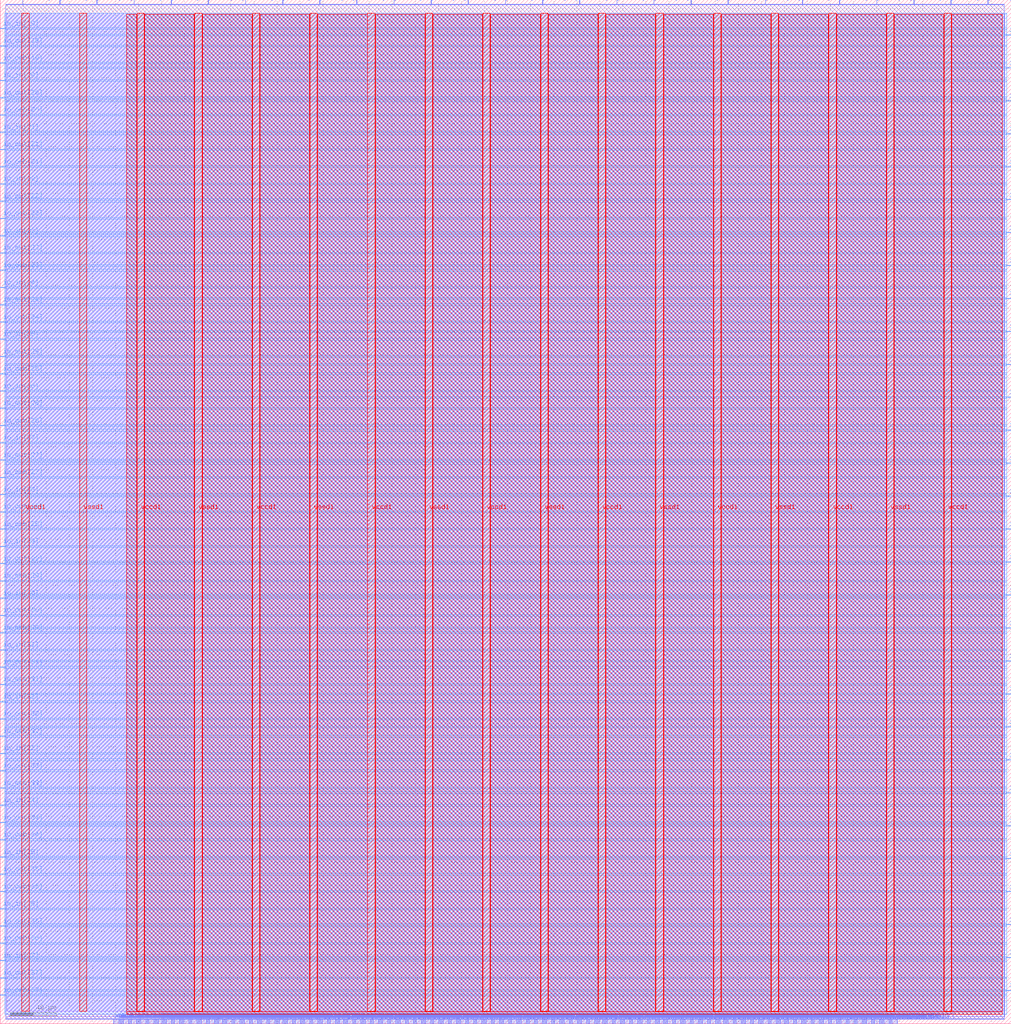
<source format=lef>
VERSION 5.7 ;
  NOWIREEXTENSIONATPIN ON ;
  DIVIDERCHAR "/" ;
  BUSBITCHARS "[]" ;
MACRO fpu
  CLASS BLOCK ;
  FOREIGN fpu ;
  ORIGIN 0.000 0.000 ;
  SIZE 876.770 BY 887.490 ;
  PIN io_in[0]
    DIRECTION INPUT ;
    USE SIGNAL ;
    ANTENNAGATEAREA 0.247500 ;
    PORT
      LAYER met3 ;
        RECT 872.770 28.600 876.770 29.200 ;
    END
  END io_in[0]
  PIN io_in[10]
    DIRECTION INPUT ;
    USE SIGNAL ;
    ANTENNAGATEAREA 0.742500 ;
    PORT
      LAYER met2 ;
        RECT 856.610 883.490 856.890 887.490 ;
    END
  END io_in[10]
  PIN io_in[11]
    DIRECTION INPUT ;
    USE SIGNAL ;
    ANTENNAGATEAREA 0.742500 ;
    PORT
      LAYER met2 ;
        RECT 760.010 883.490 760.290 887.490 ;
    END
  END io_in[11]
  PIN io_in[12]
    DIRECTION INPUT ;
    USE SIGNAL ;
    ANTENNAGATEAREA 0.742500 ;
    PORT
      LAYER met2 ;
        RECT 663.410 883.490 663.690 887.490 ;
    END
  END io_in[12]
  PIN io_in[13]
    DIRECTION INPUT ;
    USE SIGNAL ;
    ANTENNAGATEAREA 0.495000 ;
    PORT
      LAYER met2 ;
        RECT 566.810 883.490 567.090 887.490 ;
    END
  END io_in[13]
  PIN io_in[14]
    DIRECTION INPUT ;
    USE SIGNAL ;
    ANTENNAGATEAREA 0.426000 ;
    PORT
      LAYER met2 ;
        RECT 470.210 883.490 470.490 887.490 ;
    END
  END io_in[14]
  PIN io_in[15]
    DIRECTION INPUT ;
    USE SIGNAL ;
    ANTENNAGATEAREA 0.426000 ;
    PORT
      LAYER met2 ;
        RECT 373.610 883.490 373.890 887.490 ;
    END
  END io_in[15]
  PIN io_in[16]
    DIRECTION INPUT ;
    USE SIGNAL ;
    ANTENNAGATEAREA 0.426000 ;
    PORT
      LAYER met2 ;
        RECT 277.010 883.490 277.290 887.490 ;
    END
  END io_in[16]
  PIN io_in[17]
    DIRECTION INPUT ;
    USE SIGNAL ;
    ANTENNAGATEAREA 0.495000 ;
    PORT
      LAYER met2 ;
        RECT 180.410 883.490 180.690 887.490 ;
    END
  END io_in[17]
  PIN io_in[18]
    DIRECTION INPUT ;
    USE SIGNAL ;
    ANTENNAGATEAREA 0.742500 ;
    PORT
      LAYER met2 ;
        RECT 83.810 883.490 84.090 887.490 ;
    END
  END io_in[18]
  PIN io_in[19]
    DIRECTION INPUT ;
    USE SIGNAL ;
    ANTENNAGATEAREA 0.742500 ;
    PORT
      LAYER met3 ;
        RECT 0.000 862.280 4.000 862.880 ;
    END
  END io_in[19]
  PIN io_in[1]
    DIRECTION INPUT ;
    USE SIGNAL ;
    ANTENNAGATEAREA 0.247500 ;
    PORT
      LAYER met3 ;
        RECT 872.770 114.280 876.770 114.880 ;
    END
  END io_in[1]
  PIN io_in[20]
    DIRECTION INPUT ;
    USE SIGNAL ;
    ANTENNAGATEAREA 0.742500 ;
    PORT
      LAYER met3 ;
        RECT 0.000 817.400 4.000 818.000 ;
    END
  END io_in[20]
  PIN io_in[21]
    DIRECTION INPUT ;
    USE SIGNAL ;
    ANTENNAGATEAREA 0.742500 ;
    PORT
      LAYER met3 ;
        RECT 0.000 772.520 4.000 773.120 ;
    END
  END io_in[21]
  PIN io_in[22]
    DIRECTION INPUT ;
    USE SIGNAL ;
    ANTENNAGATEAREA 0.495000 ;
    PORT
      LAYER met3 ;
        RECT 0.000 727.640 4.000 728.240 ;
    END
  END io_in[22]
  PIN io_in[23]
    DIRECTION INPUT ;
    USE SIGNAL ;
    ANTENNAGATEAREA 0.495000 ;
    PORT
      LAYER met3 ;
        RECT 0.000 682.760 4.000 683.360 ;
    END
  END io_in[23]
  PIN io_in[24]
    DIRECTION INPUT ;
    USE SIGNAL ;
    ANTENNAGATEAREA 0.426000 ;
    PORT
      LAYER met3 ;
        RECT 0.000 637.880 4.000 638.480 ;
    END
  END io_in[24]
  PIN io_in[25]
    DIRECTION INPUT ;
    USE SIGNAL ;
    ANTENNAGATEAREA 0.495000 ;
    PORT
      LAYER met3 ;
        RECT 0.000 593.000 4.000 593.600 ;
    END
  END io_in[25]
  PIN io_in[26]
    DIRECTION INPUT ;
    USE SIGNAL ;
    ANTENNAGATEAREA 0.495000 ;
    PORT
      LAYER met3 ;
        RECT 0.000 548.120 4.000 548.720 ;
    END
  END io_in[26]
  PIN io_in[27]
    DIRECTION INPUT ;
    USE SIGNAL ;
    ANTENNAGATEAREA 0.426000 ;
    PORT
      LAYER met3 ;
        RECT 0.000 503.240 4.000 503.840 ;
    END
  END io_in[27]
  PIN io_in[28]
    DIRECTION INPUT ;
    USE SIGNAL ;
    ANTENNAGATEAREA 0.247500 ;
    PORT
      LAYER met3 ;
        RECT 0.000 458.360 4.000 458.960 ;
    END
  END io_in[28]
  PIN io_in[29]
    DIRECTION INPUT ;
    USE SIGNAL ;
    ANTENNAGATEAREA 0.426000 ;
    PORT
      LAYER met3 ;
        RECT 0.000 413.480 4.000 414.080 ;
    END
  END io_in[29]
  PIN io_in[2]
    DIRECTION INPUT ;
    USE SIGNAL ;
    ANTENNAGATEAREA 0.247500 ;
    PORT
      LAYER met3 ;
        RECT 872.770 199.960 876.770 200.560 ;
    END
  END io_in[2]
  PIN io_in[30]
    DIRECTION INPUT ;
    USE SIGNAL ;
    ANTENNAGATEAREA 0.247500 ;
    PORT
      LAYER met3 ;
        RECT 0.000 368.600 4.000 369.200 ;
    END
  END io_in[30]
  PIN io_in[31]
    DIRECTION INPUT ;
    USE SIGNAL ;
    ANTENNAGATEAREA 0.247500 ;
    PORT
      LAYER met3 ;
        RECT 0.000 323.720 4.000 324.320 ;
    END
  END io_in[31]
  PIN io_in[32]
    DIRECTION INPUT ;
    USE SIGNAL ;
    ANTENNAGATEAREA 0.213000 ;
    PORT
      LAYER met3 ;
        RECT 0.000 278.840 4.000 279.440 ;
    END
  END io_in[32]
  PIN io_in[33]
    DIRECTION INPUT ;
    USE SIGNAL ;
    ANTENNAGATEAREA 0.196500 ;
    PORT
      LAYER met3 ;
        RECT 0.000 233.960 4.000 234.560 ;
    END
  END io_in[33]
  PIN io_in[34]
    DIRECTION INPUT ;
    USE SIGNAL ;
    ANTENNAGATEAREA 0.196500 ;
    PORT
      LAYER met3 ;
        RECT 0.000 189.080 4.000 189.680 ;
    END
  END io_in[34]
  PIN io_in[35]
    DIRECTION INPUT ;
    USE SIGNAL ;
    ANTENNAGATEAREA 0.213000 ;
    PORT
      LAYER met3 ;
        RECT 0.000 144.200 4.000 144.800 ;
    END
  END io_in[35]
  PIN io_in[36]
    DIRECTION INPUT ;
    USE SIGNAL ;
    ANTENNAGATEAREA 0.247500 ;
    PORT
      LAYER met3 ;
        RECT 0.000 99.320 4.000 99.920 ;
    END
  END io_in[36]
  PIN io_in[37]
    DIRECTION INPUT ;
    USE SIGNAL ;
    ANTENNAGATEAREA 0.247500 ;
    PORT
      LAYER met3 ;
        RECT 0.000 54.440 4.000 55.040 ;
    END
  END io_in[37]
  PIN io_in[3]
    DIRECTION INPUT ;
    USE SIGNAL ;
    ANTENNAGATEAREA 0.426000 ;
    PORT
      LAYER met3 ;
        RECT 872.770 285.640 876.770 286.240 ;
    END
  END io_in[3]
  PIN io_in[4]
    DIRECTION INPUT ;
    USE SIGNAL ;
    ANTENNAGATEAREA 0.426000 ;
    PORT
      LAYER met3 ;
        RECT 872.770 371.320 876.770 371.920 ;
    END
  END io_in[4]
  PIN io_in[5]
    DIRECTION INPUT ;
    USE SIGNAL ;
    ANTENNAGATEAREA 0.495000 ;
    PORT
      LAYER met3 ;
        RECT 872.770 457.000 876.770 457.600 ;
    END
  END io_in[5]
  PIN io_in[6]
    DIRECTION INPUT ;
    USE SIGNAL ;
    ANTENNAGATEAREA 0.495000 ;
    PORT
      LAYER met3 ;
        RECT 872.770 542.680 876.770 543.280 ;
    END
  END io_in[6]
  PIN io_in[7]
    DIRECTION INPUT ;
    USE SIGNAL ;
    ANTENNAGATEAREA 0.742500 ;
    PORT
      LAYER met3 ;
        RECT 872.770 628.360 876.770 628.960 ;
    END
  END io_in[7]
  PIN io_in[8]
    DIRECTION INPUT ;
    USE SIGNAL ;
    ANTENNAGATEAREA 0.742500 ;
    PORT
      LAYER met3 ;
        RECT 872.770 714.040 876.770 714.640 ;
    END
  END io_in[8]
  PIN io_in[9]
    DIRECTION INPUT ;
    USE SIGNAL ;
    ANTENNAGATEAREA 0.742500 ;
    PORT
      LAYER met3 ;
        RECT 872.770 799.720 876.770 800.320 ;
    END
  END io_in[9]
  PIN io_oeb[0]
    DIRECTION OUTPUT TRISTATE ;
    USE SIGNAL ;
    ANTENNADIFFAREA 2.673000 ;
    PORT
      LAYER met3 ;
        RECT 872.770 85.720 876.770 86.320 ;
    END
  END io_oeb[0]
  PIN io_oeb[10]
    DIRECTION OUTPUT TRISTATE ;
    USE SIGNAL ;
    ANTENNADIFFAREA 2.673000 ;
    PORT
      LAYER met2 ;
        RECT 792.210 883.490 792.490 887.490 ;
    END
  END io_oeb[10]
  PIN io_oeb[11]
    DIRECTION OUTPUT TRISTATE ;
    USE SIGNAL ;
    ANTENNADIFFAREA 2.673000 ;
    PORT
      LAYER met2 ;
        RECT 695.610 883.490 695.890 887.490 ;
    END
  END io_oeb[11]
  PIN io_oeb[12]
    DIRECTION OUTPUT TRISTATE ;
    USE SIGNAL ;
    ANTENNADIFFAREA 2.673000 ;
    PORT
      LAYER met2 ;
        RECT 599.010 883.490 599.290 887.490 ;
    END
  END io_oeb[12]
  PIN io_oeb[13]
    DIRECTION OUTPUT TRISTATE ;
    USE SIGNAL ;
    ANTENNADIFFAREA 2.673000 ;
    PORT
      LAYER met2 ;
        RECT 502.410 883.490 502.690 887.490 ;
    END
  END io_oeb[13]
  PIN io_oeb[14]
    DIRECTION OUTPUT TRISTATE ;
    USE SIGNAL ;
    ANTENNADIFFAREA 2.673000 ;
    PORT
      LAYER met2 ;
        RECT 405.810 883.490 406.090 887.490 ;
    END
  END io_oeb[14]
  PIN io_oeb[15]
    DIRECTION OUTPUT TRISTATE ;
    USE SIGNAL ;
    ANTENNADIFFAREA 2.673000 ;
    PORT
      LAYER met2 ;
        RECT 309.210 883.490 309.490 887.490 ;
    END
  END io_oeb[15]
  PIN io_oeb[16]
    DIRECTION OUTPUT TRISTATE ;
    USE SIGNAL ;
    ANTENNADIFFAREA 2.673000 ;
    PORT
      LAYER met2 ;
        RECT 212.610 883.490 212.890 887.490 ;
    END
  END io_oeb[16]
  PIN io_oeb[17]
    DIRECTION OUTPUT TRISTATE ;
    USE SIGNAL ;
    ANTENNADIFFAREA 2.673000 ;
    PORT
      LAYER met2 ;
        RECT 116.010 883.490 116.290 887.490 ;
    END
  END io_oeb[17]
  PIN io_oeb[18]
    DIRECTION OUTPUT TRISTATE ;
    USE SIGNAL ;
    ANTENNADIFFAREA 2.673000 ;
    PORT
      LAYER met2 ;
        RECT 19.410 883.490 19.690 887.490 ;
    END
  END io_oeb[18]
  PIN io_oeb[19]
    DIRECTION OUTPUT TRISTATE ;
    USE SIGNAL ;
    ANTENNADIFFAREA 2.673000 ;
    PORT
      LAYER met3 ;
        RECT 0.000 832.360 4.000 832.960 ;
    END
  END io_oeb[19]
  PIN io_oeb[1]
    DIRECTION OUTPUT TRISTATE ;
    USE SIGNAL ;
    ANTENNADIFFAREA 2.673000 ;
    PORT
      LAYER met3 ;
        RECT 872.770 171.400 876.770 172.000 ;
    END
  END io_oeb[1]
  PIN io_oeb[20]
    DIRECTION OUTPUT TRISTATE ;
    USE SIGNAL ;
    ANTENNADIFFAREA 2.673000 ;
    PORT
      LAYER met3 ;
        RECT 0.000 787.480 4.000 788.080 ;
    END
  END io_oeb[20]
  PIN io_oeb[21]
    DIRECTION OUTPUT TRISTATE ;
    USE SIGNAL ;
    ANTENNADIFFAREA 2.673000 ;
    PORT
      LAYER met3 ;
        RECT 0.000 742.600 4.000 743.200 ;
    END
  END io_oeb[21]
  PIN io_oeb[22]
    DIRECTION OUTPUT TRISTATE ;
    USE SIGNAL ;
    ANTENNADIFFAREA 2.673000 ;
    PORT
      LAYER met3 ;
        RECT 0.000 697.720 4.000 698.320 ;
    END
  END io_oeb[22]
  PIN io_oeb[23]
    DIRECTION OUTPUT TRISTATE ;
    USE SIGNAL ;
    ANTENNADIFFAREA 2.673000 ;
    PORT
      LAYER met3 ;
        RECT 0.000 652.840 4.000 653.440 ;
    END
  END io_oeb[23]
  PIN io_oeb[24]
    DIRECTION OUTPUT TRISTATE ;
    USE SIGNAL ;
    ANTENNADIFFAREA 2.673000 ;
    PORT
      LAYER met3 ;
        RECT 0.000 607.960 4.000 608.560 ;
    END
  END io_oeb[24]
  PIN io_oeb[25]
    DIRECTION OUTPUT TRISTATE ;
    USE SIGNAL ;
    ANTENNADIFFAREA 2.673000 ;
    PORT
      LAYER met3 ;
        RECT 0.000 563.080 4.000 563.680 ;
    END
  END io_oeb[25]
  PIN io_oeb[26]
    DIRECTION OUTPUT TRISTATE ;
    USE SIGNAL ;
    ANTENNADIFFAREA 2.673000 ;
    PORT
      LAYER met3 ;
        RECT 0.000 518.200 4.000 518.800 ;
    END
  END io_oeb[26]
  PIN io_oeb[27]
    DIRECTION OUTPUT TRISTATE ;
    USE SIGNAL ;
    ANTENNADIFFAREA 2.673000 ;
    PORT
      LAYER met3 ;
        RECT 0.000 473.320 4.000 473.920 ;
    END
  END io_oeb[27]
  PIN io_oeb[28]
    DIRECTION OUTPUT TRISTATE ;
    USE SIGNAL ;
    ANTENNADIFFAREA 2.673000 ;
    PORT
      LAYER met3 ;
        RECT 0.000 428.440 4.000 429.040 ;
    END
  END io_oeb[28]
  PIN io_oeb[29]
    DIRECTION OUTPUT TRISTATE ;
    USE SIGNAL ;
    ANTENNADIFFAREA 2.673000 ;
    PORT
      LAYER met3 ;
        RECT 0.000 383.560 4.000 384.160 ;
    END
  END io_oeb[29]
  PIN io_oeb[2]
    DIRECTION OUTPUT TRISTATE ;
    USE SIGNAL ;
    ANTENNADIFFAREA 2.673000 ;
    PORT
      LAYER met3 ;
        RECT 872.770 257.080 876.770 257.680 ;
    END
  END io_oeb[2]
  PIN io_oeb[30]
    DIRECTION OUTPUT TRISTATE ;
    USE SIGNAL ;
    ANTENNADIFFAREA 2.673000 ;
    PORT
      LAYER met3 ;
        RECT 0.000 338.680 4.000 339.280 ;
    END
  END io_oeb[30]
  PIN io_oeb[31]
    DIRECTION OUTPUT TRISTATE ;
    USE SIGNAL ;
    ANTENNADIFFAREA 2.673000 ;
    PORT
      LAYER met3 ;
        RECT 0.000 293.800 4.000 294.400 ;
    END
  END io_oeb[31]
  PIN io_oeb[32]
    DIRECTION OUTPUT TRISTATE ;
    USE SIGNAL ;
    PORT
      LAYER met3 ;
        RECT 0.000 248.920 4.000 249.520 ;
    END
  END io_oeb[32]
  PIN io_oeb[33]
    DIRECTION OUTPUT TRISTATE ;
    USE SIGNAL ;
    PORT
      LAYER met3 ;
        RECT 0.000 204.040 4.000 204.640 ;
    END
  END io_oeb[33]
  PIN io_oeb[34]
    DIRECTION OUTPUT TRISTATE ;
    USE SIGNAL ;
    PORT
      LAYER met3 ;
        RECT 0.000 159.160 4.000 159.760 ;
    END
  END io_oeb[34]
  PIN io_oeb[35]
    DIRECTION OUTPUT TRISTATE ;
    USE SIGNAL ;
    PORT
      LAYER met3 ;
        RECT 0.000 114.280 4.000 114.880 ;
    END
  END io_oeb[35]
  PIN io_oeb[36]
    DIRECTION OUTPUT TRISTATE ;
    USE SIGNAL ;
    PORT
      LAYER met3 ;
        RECT 0.000 69.400 4.000 70.000 ;
    END
  END io_oeb[36]
  PIN io_oeb[37]
    DIRECTION OUTPUT TRISTATE ;
    USE SIGNAL ;
    PORT
      LAYER met3 ;
        RECT 0.000 24.520 4.000 25.120 ;
    END
  END io_oeb[37]
  PIN io_oeb[3]
    DIRECTION OUTPUT TRISTATE ;
    USE SIGNAL ;
    ANTENNADIFFAREA 2.673000 ;
    PORT
      LAYER met3 ;
        RECT 872.770 342.760 876.770 343.360 ;
    END
  END io_oeb[3]
  PIN io_oeb[4]
    DIRECTION OUTPUT TRISTATE ;
    USE SIGNAL ;
    ANTENNADIFFAREA 2.673000 ;
    PORT
      LAYER met3 ;
        RECT 872.770 428.440 876.770 429.040 ;
    END
  END io_oeb[4]
  PIN io_oeb[5]
    DIRECTION OUTPUT TRISTATE ;
    USE SIGNAL ;
    ANTENNADIFFAREA 2.673000 ;
    PORT
      LAYER met3 ;
        RECT 872.770 514.120 876.770 514.720 ;
    END
  END io_oeb[5]
  PIN io_oeb[6]
    DIRECTION OUTPUT TRISTATE ;
    USE SIGNAL ;
    ANTENNADIFFAREA 2.673000 ;
    PORT
      LAYER met3 ;
        RECT 872.770 599.800 876.770 600.400 ;
    END
  END io_oeb[6]
  PIN io_oeb[7]
    DIRECTION OUTPUT TRISTATE ;
    USE SIGNAL ;
    ANTENNADIFFAREA 2.673000 ;
    PORT
      LAYER met3 ;
        RECT 872.770 685.480 876.770 686.080 ;
    END
  END io_oeb[7]
  PIN io_oeb[8]
    DIRECTION OUTPUT TRISTATE ;
    USE SIGNAL ;
    ANTENNADIFFAREA 2.673000 ;
    PORT
      LAYER met3 ;
        RECT 872.770 771.160 876.770 771.760 ;
    END
  END io_oeb[8]
  PIN io_oeb[9]
    DIRECTION OUTPUT TRISTATE ;
    USE SIGNAL ;
    ANTENNADIFFAREA 2.673000 ;
    PORT
      LAYER met3 ;
        RECT 872.770 856.840 876.770 857.440 ;
    END
  END io_oeb[9]
  PIN io_out[0]
    DIRECTION OUTPUT TRISTATE ;
    USE SIGNAL ;
    ANTENNADIFFAREA 2.673000 ;
    PORT
      LAYER met3 ;
        RECT 872.770 57.160 876.770 57.760 ;
    END
  END io_out[0]
  PIN io_out[10]
    DIRECTION OUTPUT TRISTATE ;
    USE SIGNAL ;
    ANTENNADIFFAREA 2.673000 ;
    PORT
      LAYER met2 ;
        RECT 824.410 883.490 824.690 887.490 ;
    END
  END io_out[10]
  PIN io_out[11]
    DIRECTION OUTPUT TRISTATE ;
    USE SIGNAL ;
    ANTENNADIFFAREA 2.673000 ;
    PORT
      LAYER met2 ;
        RECT 727.810 883.490 728.090 887.490 ;
    END
  END io_out[11]
  PIN io_out[12]
    DIRECTION OUTPUT TRISTATE ;
    USE SIGNAL ;
    ANTENNADIFFAREA 2.673000 ;
    PORT
      LAYER met2 ;
        RECT 631.210 883.490 631.490 887.490 ;
    END
  END io_out[12]
  PIN io_out[13]
    DIRECTION OUTPUT TRISTATE ;
    USE SIGNAL ;
    ANTENNADIFFAREA 2.673000 ;
    PORT
      LAYER met2 ;
        RECT 534.610 883.490 534.890 887.490 ;
    END
  END io_out[13]
  PIN io_out[14]
    DIRECTION OUTPUT TRISTATE ;
    USE SIGNAL ;
    ANTENNADIFFAREA 2.673000 ;
    PORT
      LAYER met2 ;
        RECT 438.010 883.490 438.290 887.490 ;
    END
  END io_out[14]
  PIN io_out[15]
    DIRECTION OUTPUT TRISTATE ;
    USE SIGNAL ;
    ANTENNADIFFAREA 2.673000 ;
    PORT
      LAYER met2 ;
        RECT 341.410 883.490 341.690 887.490 ;
    END
  END io_out[15]
  PIN io_out[16]
    DIRECTION OUTPUT TRISTATE ;
    USE SIGNAL ;
    ANTENNADIFFAREA 2.673000 ;
    PORT
      LAYER met2 ;
        RECT 244.810 883.490 245.090 887.490 ;
    END
  END io_out[16]
  PIN io_out[17]
    DIRECTION OUTPUT TRISTATE ;
    USE SIGNAL ;
    ANTENNADIFFAREA 2.673000 ;
    PORT
      LAYER met2 ;
        RECT 148.210 883.490 148.490 887.490 ;
    END
  END io_out[17]
  PIN io_out[18]
    DIRECTION OUTPUT TRISTATE ;
    USE SIGNAL ;
    ANTENNADIFFAREA 2.673000 ;
    PORT
      LAYER met2 ;
        RECT 51.610 883.490 51.890 887.490 ;
    END
  END io_out[18]
  PIN io_out[19]
    DIRECTION OUTPUT TRISTATE ;
    USE SIGNAL ;
    ANTENNADIFFAREA 2.673000 ;
    PORT
      LAYER met3 ;
        RECT 0.000 847.320 4.000 847.920 ;
    END
  END io_out[19]
  PIN io_out[1]
    DIRECTION OUTPUT TRISTATE ;
    USE SIGNAL ;
    ANTENNADIFFAREA 2.673000 ;
    PORT
      LAYER met3 ;
        RECT 872.770 142.840 876.770 143.440 ;
    END
  END io_out[1]
  PIN io_out[20]
    DIRECTION OUTPUT TRISTATE ;
    USE SIGNAL ;
    ANTENNADIFFAREA 2.673000 ;
    PORT
      LAYER met3 ;
        RECT 0.000 802.440 4.000 803.040 ;
    END
  END io_out[20]
  PIN io_out[21]
    DIRECTION OUTPUT TRISTATE ;
    USE SIGNAL ;
    ANTENNADIFFAREA 2.673000 ;
    PORT
      LAYER met3 ;
        RECT 0.000 757.560 4.000 758.160 ;
    END
  END io_out[21]
  PIN io_out[22]
    DIRECTION OUTPUT TRISTATE ;
    USE SIGNAL ;
    ANTENNADIFFAREA 2.673000 ;
    PORT
      LAYER met3 ;
        RECT 0.000 712.680 4.000 713.280 ;
    END
  END io_out[22]
  PIN io_out[23]
    DIRECTION OUTPUT TRISTATE ;
    USE SIGNAL ;
    ANTENNADIFFAREA 2.673000 ;
    PORT
      LAYER met3 ;
        RECT 0.000 667.800 4.000 668.400 ;
    END
  END io_out[23]
  PIN io_out[24]
    DIRECTION OUTPUT TRISTATE ;
    USE SIGNAL ;
    ANTENNADIFFAREA 2.673000 ;
    PORT
      LAYER met3 ;
        RECT 0.000 622.920 4.000 623.520 ;
    END
  END io_out[24]
  PIN io_out[25]
    DIRECTION OUTPUT TRISTATE ;
    USE SIGNAL ;
    ANTENNADIFFAREA 2.673000 ;
    PORT
      LAYER met3 ;
        RECT 0.000 578.040 4.000 578.640 ;
    END
  END io_out[25]
  PIN io_out[26]
    DIRECTION OUTPUT TRISTATE ;
    USE SIGNAL ;
    ANTENNADIFFAREA 2.673000 ;
    PORT
      LAYER met3 ;
        RECT 0.000 533.160 4.000 533.760 ;
    END
  END io_out[26]
  PIN io_out[27]
    DIRECTION OUTPUT TRISTATE ;
    USE SIGNAL ;
    ANTENNADIFFAREA 2.673000 ;
    PORT
      LAYER met3 ;
        RECT 0.000 488.280 4.000 488.880 ;
    END
  END io_out[27]
  PIN io_out[28]
    DIRECTION OUTPUT TRISTATE ;
    USE SIGNAL ;
    ANTENNADIFFAREA 2.673000 ;
    PORT
      LAYER met3 ;
        RECT 0.000 443.400 4.000 444.000 ;
    END
  END io_out[28]
  PIN io_out[29]
    DIRECTION OUTPUT TRISTATE ;
    USE SIGNAL ;
    ANTENNADIFFAREA 2.673000 ;
    PORT
      LAYER met3 ;
        RECT 0.000 398.520 4.000 399.120 ;
    END
  END io_out[29]
  PIN io_out[2]
    DIRECTION OUTPUT TRISTATE ;
    USE SIGNAL ;
    ANTENNADIFFAREA 2.673000 ;
    PORT
      LAYER met3 ;
        RECT 872.770 228.520 876.770 229.120 ;
    END
  END io_out[2]
  PIN io_out[30]
    DIRECTION OUTPUT TRISTATE ;
    USE SIGNAL ;
    ANTENNADIFFAREA 2.673000 ;
    PORT
      LAYER met3 ;
        RECT 0.000 353.640 4.000 354.240 ;
    END
  END io_out[30]
  PIN io_out[31]
    DIRECTION OUTPUT TRISTATE ;
    USE SIGNAL ;
    ANTENNADIFFAREA 2.673000 ;
    PORT
      LAYER met3 ;
        RECT 0.000 308.760 4.000 309.360 ;
    END
  END io_out[31]
  PIN io_out[32]
    DIRECTION OUTPUT TRISTATE ;
    USE SIGNAL ;
    PORT
      LAYER met3 ;
        RECT 0.000 263.880 4.000 264.480 ;
    END
  END io_out[32]
  PIN io_out[33]
    DIRECTION OUTPUT TRISTATE ;
    USE SIGNAL ;
    PORT
      LAYER met3 ;
        RECT 0.000 219.000 4.000 219.600 ;
    END
  END io_out[33]
  PIN io_out[34]
    DIRECTION OUTPUT TRISTATE ;
    USE SIGNAL ;
    PORT
      LAYER met3 ;
        RECT 0.000 174.120 4.000 174.720 ;
    END
  END io_out[34]
  PIN io_out[35]
    DIRECTION OUTPUT TRISTATE ;
    USE SIGNAL ;
    PORT
      LAYER met3 ;
        RECT 0.000 129.240 4.000 129.840 ;
    END
  END io_out[35]
  PIN io_out[36]
    DIRECTION OUTPUT TRISTATE ;
    USE SIGNAL ;
    PORT
      LAYER met3 ;
        RECT 0.000 84.360 4.000 84.960 ;
    END
  END io_out[36]
  PIN io_out[37]
    DIRECTION OUTPUT TRISTATE ;
    USE SIGNAL ;
    PORT
      LAYER met3 ;
        RECT 0.000 39.480 4.000 40.080 ;
    END
  END io_out[37]
  PIN io_out[3]
    DIRECTION OUTPUT TRISTATE ;
    USE SIGNAL ;
    ANTENNADIFFAREA 2.673000 ;
    PORT
      LAYER met3 ;
        RECT 872.770 314.200 876.770 314.800 ;
    END
  END io_out[3]
  PIN io_out[4]
    DIRECTION OUTPUT TRISTATE ;
    USE SIGNAL ;
    ANTENNADIFFAREA 2.673000 ;
    PORT
      LAYER met3 ;
        RECT 872.770 399.880 876.770 400.480 ;
    END
  END io_out[4]
  PIN io_out[5]
    DIRECTION OUTPUT TRISTATE ;
    USE SIGNAL ;
    ANTENNADIFFAREA 2.673000 ;
    PORT
      LAYER met3 ;
        RECT 872.770 485.560 876.770 486.160 ;
    END
  END io_out[5]
  PIN io_out[6]
    DIRECTION OUTPUT TRISTATE ;
    USE SIGNAL ;
    ANTENNADIFFAREA 2.673000 ;
    PORT
      LAYER met3 ;
        RECT 872.770 571.240 876.770 571.840 ;
    END
  END io_out[6]
  PIN io_out[7]
    DIRECTION OUTPUT TRISTATE ;
    USE SIGNAL ;
    ANTENNADIFFAREA 2.673000 ;
    PORT
      LAYER met3 ;
        RECT 872.770 656.920 876.770 657.520 ;
    END
  END io_out[7]
  PIN io_out[8]
    DIRECTION OUTPUT TRISTATE ;
    USE SIGNAL ;
    ANTENNADIFFAREA 2.673000 ;
    PORT
      LAYER met3 ;
        RECT 872.770 742.600 876.770 743.200 ;
    END
  END io_out[8]
  PIN io_out[9]
    DIRECTION OUTPUT TRISTATE ;
    USE SIGNAL ;
    ANTENNADIFFAREA 2.673000 ;
    PORT
      LAYER met3 ;
        RECT 872.770 828.280 876.770 828.880 ;
    END
  END io_out[9]
  PIN irq[0]
    DIRECTION OUTPUT TRISTATE ;
    USE SIGNAL ;
    PORT
      LAYER met2 ;
        RECT 774.730 0.000 775.010 4.000 ;
    END
  END irq[0]
  PIN irq[1]
    DIRECTION OUTPUT TRISTATE ;
    USE SIGNAL ;
    PORT
      LAYER met2 ;
        RECT 776.110 0.000 776.390 4.000 ;
    END
  END irq[1]
  PIN irq[2]
    DIRECTION OUTPUT TRISTATE ;
    USE SIGNAL ;
    PORT
      LAYER met2 ;
        RECT 777.490 0.000 777.770 4.000 ;
    END
  END irq[2]
  PIN la_data_in[0]
    DIRECTION INPUT ;
    USE SIGNAL ;
    ANTENNAGATEAREA 0.196500 ;
    PORT
      LAYER met2 ;
        RECT 244.810 0.000 245.090 4.000 ;
    END
  END la_data_in[0]
  PIN la_data_in[100]
    DIRECTION INPUT ;
    USE SIGNAL ;
    PORT
      LAYER met2 ;
        RECT 658.810 0.000 659.090 4.000 ;
    END
  END la_data_in[100]
  PIN la_data_in[101]
    DIRECTION INPUT ;
    USE SIGNAL ;
    PORT
      LAYER met2 ;
        RECT 662.950 0.000 663.230 4.000 ;
    END
  END la_data_in[101]
  PIN la_data_in[102]
    DIRECTION INPUT ;
    USE SIGNAL ;
    PORT
      LAYER met2 ;
        RECT 667.090 0.000 667.370 4.000 ;
    END
  END la_data_in[102]
  PIN la_data_in[103]
    DIRECTION INPUT ;
    USE SIGNAL ;
    PORT
      LAYER met2 ;
        RECT 671.230 0.000 671.510 4.000 ;
    END
  END la_data_in[103]
  PIN la_data_in[104]
    DIRECTION INPUT ;
    USE SIGNAL ;
    PORT
      LAYER met2 ;
        RECT 675.370 0.000 675.650 4.000 ;
    END
  END la_data_in[104]
  PIN la_data_in[105]
    DIRECTION INPUT ;
    USE SIGNAL ;
    PORT
      LAYER met2 ;
        RECT 679.510 0.000 679.790 4.000 ;
    END
  END la_data_in[105]
  PIN la_data_in[106]
    DIRECTION INPUT ;
    USE SIGNAL ;
    PORT
      LAYER met2 ;
        RECT 683.650 0.000 683.930 4.000 ;
    END
  END la_data_in[106]
  PIN la_data_in[107]
    DIRECTION INPUT ;
    USE SIGNAL ;
    PORT
      LAYER met2 ;
        RECT 687.790 0.000 688.070 4.000 ;
    END
  END la_data_in[107]
  PIN la_data_in[108]
    DIRECTION INPUT ;
    USE SIGNAL ;
    PORT
      LAYER met2 ;
        RECT 691.930 0.000 692.210 4.000 ;
    END
  END la_data_in[108]
  PIN la_data_in[109]
    DIRECTION INPUT ;
    USE SIGNAL ;
    PORT
      LAYER met2 ;
        RECT 696.070 0.000 696.350 4.000 ;
    END
  END la_data_in[109]
  PIN la_data_in[10]
    DIRECTION INPUT ;
    USE SIGNAL ;
    ANTENNAGATEAREA 0.126000 ;
    PORT
      LAYER met2 ;
        RECT 286.210 0.000 286.490 4.000 ;
    END
  END la_data_in[10]
  PIN la_data_in[110]
    DIRECTION INPUT ;
    USE SIGNAL ;
    PORT
      LAYER met2 ;
        RECT 700.210 0.000 700.490 4.000 ;
    END
  END la_data_in[110]
  PIN la_data_in[111]
    DIRECTION INPUT ;
    USE SIGNAL ;
    PORT
      LAYER met2 ;
        RECT 704.350 0.000 704.630 4.000 ;
    END
  END la_data_in[111]
  PIN la_data_in[112]
    DIRECTION INPUT ;
    USE SIGNAL ;
    PORT
      LAYER met2 ;
        RECT 708.490 0.000 708.770 4.000 ;
    END
  END la_data_in[112]
  PIN la_data_in[113]
    DIRECTION INPUT ;
    USE SIGNAL ;
    PORT
      LAYER met2 ;
        RECT 712.630 0.000 712.910 4.000 ;
    END
  END la_data_in[113]
  PIN la_data_in[114]
    DIRECTION INPUT ;
    USE SIGNAL ;
    PORT
      LAYER met2 ;
        RECT 716.770 0.000 717.050 4.000 ;
    END
  END la_data_in[114]
  PIN la_data_in[115]
    DIRECTION INPUT ;
    USE SIGNAL ;
    PORT
      LAYER met2 ;
        RECT 720.910 0.000 721.190 4.000 ;
    END
  END la_data_in[115]
  PIN la_data_in[116]
    DIRECTION INPUT ;
    USE SIGNAL ;
    PORT
      LAYER met2 ;
        RECT 725.050 0.000 725.330 4.000 ;
    END
  END la_data_in[116]
  PIN la_data_in[117]
    DIRECTION INPUT ;
    USE SIGNAL ;
    PORT
      LAYER met2 ;
        RECT 729.190 0.000 729.470 4.000 ;
    END
  END la_data_in[117]
  PIN la_data_in[118]
    DIRECTION INPUT ;
    USE SIGNAL ;
    PORT
      LAYER met2 ;
        RECT 733.330 0.000 733.610 4.000 ;
    END
  END la_data_in[118]
  PIN la_data_in[119]
    DIRECTION INPUT ;
    USE SIGNAL ;
    PORT
      LAYER met2 ;
        RECT 737.470 0.000 737.750 4.000 ;
    END
  END la_data_in[119]
  PIN la_data_in[11]
    DIRECTION INPUT ;
    USE SIGNAL ;
    ANTENNAGATEAREA 0.126000 ;
    PORT
      LAYER met2 ;
        RECT 290.350 0.000 290.630 4.000 ;
    END
  END la_data_in[11]
  PIN la_data_in[120]
    DIRECTION INPUT ;
    USE SIGNAL ;
    PORT
      LAYER met2 ;
        RECT 741.610 0.000 741.890 4.000 ;
    END
  END la_data_in[120]
  PIN la_data_in[121]
    DIRECTION INPUT ;
    USE SIGNAL ;
    PORT
      LAYER met2 ;
        RECT 745.750 0.000 746.030 4.000 ;
    END
  END la_data_in[121]
  PIN la_data_in[122]
    DIRECTION INPUT ;
    USE SIGNAL ;
    PORT
      LAYER met2 ;
        RECT 749.890 0.000 750.170 4.000 ;
    END
  END la_data_in[122]
  PIN la_data_in[123]
    DIRECTION INPUT ;
    USE SIGNAL ;
    PORT
      LAYER met2 ;
        RECT 754.030 0.000 754.310 4.000 ;
    END
  END la_data_in[123]
  PIN la_data_in[124]
    DIRECTION INPUT ;
    USE SIGNAL ;
    PORT
      LAYER met2 ;
        RECT 758.170 0.000 758.450 4.000 ;
    END
  END la_data_in[124]
  PIN la_data_in[125]
    DIRECTION INPUT ;
    USE SIGNAL ;
    PORT
      LAYER met2 ;
        RECT 762.310 0.000 762.590 4.000 ;
    END
  END la_data_in[125]
  PIN la_data_in[126]
    DIRECTION INPUT ;
    USE SIGNAL ;
    PORT
      LAYER met2 ;
        RECT 766.450 0.000 766.730 4.000 ;
    END
  END la_data_in[126]
  PIN la_data_in[127]
    DIRECTION INPUT ;
    USE SIGNAL ;
    PORT
      LAYER met2 ;
        RECT 770.590 0.000 770.870 4.000 ;
    END
  END la_data_in[127]
  PIN la_data_in[12]
    DIRECTION INPUT ;
    USE SIGNAL ;
    ANTENNAGATEAREA 0.126000 ;
    PORT
      LAYER met2 ;
        RECT 294.490 0.000 294.770 4.000 ;
    END
  END la_data_in[12]
  PIN la_data_in[13]
    DIRECTION INPUT ;
    USE SIGNAL ;
    ANTENNAGATEAREA 0.196500 ;
    PORT
      LAYER met2 ;
        RECT 298.630 0.000 298.910 4.000 ;
    END
  END la_data_in[13]
  PIN la_data_in[14]
    DIRECTION INPUT ;
    USE SIGNAL ;
    ANTENNAGATEAREA 0.196500 ;
    PORT
      LAYER met2 ;
        RECT 302.770 0.000 303.050 4.000 ;
    END
  END la_data_in[14]
  PIN la_data_in[15]
    DIRECTION INPUT ;
    USE SIGNAL ;
    ANTENNAGATEAREA 0.196500 ;
    PORT
      LAYER met2 ;
        RECT 306.910 0.000 307.190 4.000 ;
    END
  END la_data_in[15]
  PIN la_data_in[16]
    DIRECTION INPUT ;
    USE SIGNAL ;
    ANTENNAGATEAREA 0.196500 ;
    PORT
      LAYER met2 ;
        RECT 311.050 0.000 311.330 4.000 ;
    END
  END la_data_in[16]
  PIN la_data_in[17]
    DIRECTION INPUT ;
    USE SIGNAL ;
    ANTENNAGATEAREA 0.196500 ;
    PORT
      LAYER met2 ;
        RECT 315.190 0.000 315.470 4.000 ;
    END
  END la_data_in[17]
  PIN la_data_in[18]
    DIRECTION INPUT ;
    USE SIGNAL ;
    ANTENNAGATEAREA 0.196500 ;
    PORT
      LAYER met2 ;
        RECT 319.330 0.000 319.610 4.000 ;
    END
  END la_data_in[18]
  PIN la_data_in[19]
    DIRECTION INPUT ;
    USE SIGNAL ;
    ANTENNAGATEAREA 0.196500 ;
    PORT
      LAYER met2 ;
        RECT 323.470 0.000 323.750 4.000 ;
    END
  END la_data_in[19]
  PIN la_data_in[1]
    DIRECTION INPUT ;
    USE SIGNAL ;
    ANTENNAGATEAREA 0.213000 ;
    PORT
      LAYER met2 ;
        RECT 248.950 0.000 249.230 4.000 ;
    END
  END la_data_in[1]
  PIN la_data_in[20]
    DIRECTION INPUT ;
    USE SIGNAL ;
    ANTENNAGATEAREA 0.196500 ;
    PORT
      LAYER met2 ;
        RECT 327.610 0.000 327.890 4.000 ;
    END
  END la_data_in[20]
  PIN la_data_in[21]
    DIRECTION INPUT ;
    USE SIGNAL ;
    ANTENNAGATEAREA 0.196500 ;
    PORT
      LAYER met2 ;
        RECT 331.750 0.000 332.030 4.000 ;
    END
  END la_data_in[21]
  PIN la_data_in[22]
    DIRECTION INPUT ;
    USE SIGNAL ;
    ANTENNAGATEAREA 0.196500 ;
    PORT
      LAYER met2 ;
        RECT 335.890 0.000 336.170 4.000 ;
    END
  END la_data_in[22]
  PIN la_data_in[23]
    DIRECTION INPUT ;
    USE SIGNAL ;
    ANTENNAGATEAREA 0.196500 ;
    PORT
      LAYER met2 ;
        RECT 340.030 0.000 340.310 4.000 ;
    END
  END la_data_in[23]
  PIN la_data_in[24]
    DIRECTION INPUT ;
    USE SIGNAL ;
    ANTENNAGATEAREA 0.196500 ;
    PORT
      LAYER met2 ;
        RECT 344.170 0.000 344.450 4.000 ;
    END
  END la_data_in[24]
  PIN la_data_in[25]
    DIRECTION INPUT ;
    USE SIGNAL ;
    ANTENNAGATEAREA 0.196500 ;
    PORT
      LAYER met2 ;
        RECT 348.310 0.000 348.590 4.000 ;
    END
  END la_data_in[25]
  PIN la_data_in[26]
    DIRECTION INPUT ;
    USE SIGNAL ;
    ANTENNAGATEAREA 0.196500 ;
    PORT
      LAYER met2 ;
        RECT 352.450 0.000 352.730 4.000 ;
    END
  END la_data_in[26]
  PIN la_data_in[27]
    DIRECTION INPUT ;
    USE SIGNAL ;
    ANTENNAGATEAREA 0.196500 ;
    PORT
      LAYER met2 ;
        RECT 356.590 0.000 356.870 4.000 ;
    END
  END la_data_in[27]
  PIN la_data_in[28]
    DIRECTION INPUT ;
    USE SIGNAL ;
    ANTENNAGATEAREA 0.196500 ;
    PORT
      LAYER met2 ;
        RECT 360.730 0.000 361.010 4.000 ;
    END
  END la_data_in[28]
  PIN la_data_in[29]
    DIRECTION INPUT ;
    USE SIGNAL ;
    ANTENNAGATEAREA 0.126000 ;
    PORT
      LAYER met2 ;
        RECT 364.870 0.000 365.150 4.000 ;
    END
  END la_data_in[29]
  PIN la_data_in[2]
    DIRECTION INPUT ;
    USE SIGNAL ;
    ANTENNAGATEAREA 0.213000 ;
    PORT
      LAYER met2 ;
        RECT 253.090 0.000 253.370 4.000 ;
    END
  END la_data_in[2]
  PIN la_data_in[30]
    DIRECTION INPUT ;
    USE SIGNAL ;
    ANTENNAGATEAREA 0.126000 ;
    PORT
      LAYER met2 ;
        RECT 369.010 0.000 369.290 4.000 ;
    END
  END la_data_in[30]
  PIN la_data_in[31]
    DIRECTION INPUT ;
    USE SIGNAL ;
    ANTENNAGATEAREA 0.196500 ;
    PORT
      LAYER met2 ;
        RECT 373.150 0.000 373.430 4.000 ;
    END
  END la_data_in[31]
  PIN la_data_in[32]
    DIRECTION INPUT ;
    USE SIGNAL ;
    ANTENNAGATEAREA 0.196500 ;
    PORT
      LAYER met2 ;
        RECT 377.290 0.000 377.570 4.000 ;
    END
  END la_data_in[32]
  PIN la_data_in[33]
    DIRECTION INPUT ;
    USE SIGNAL ;
    ANTENNAGATEAREA 0.196500 ;
    PORT
      LAYER met2 ;
        RECT 381.430 0.000 381.710 4.000 ;
    END
  END la_data_in[33]
  PIN la_data_in[34]
    DIRECTION INPUT ;
    USE SIGNAL ;
    ANTENNAGATEAREA 0.196500 ;
    PORT
      LAYER met2 ;
        RECT 385.570 0.000 385.850 4.000 ;
    END
  END la_data_in[34]
  PIN la_data_in[35]
    DIRECTION INPUT ;
    USE SIGNAL ;
    ANTENNAGATEAREA 0.196500 ;
    PORT
      LAYER met2 ;
        RECT 389.710 0.000 389.990 4.000 ;
    END
  END la_data_in[35]
  PIN la_data_in[36]
    DIRECTION INPUT ;
    USE SIGNAL ;
    ANTENNAGATEAREA 0.196500 ;
    PORT
      LAYER met2 ;
        RECT 393.850 0.000 394.130 4.000 ;
    END
  END la_data_in[36]
  PIN la_data_in[37]
    DIRECTION INPUT ;
    USE SIGNAL ;
    ANTENNAGATEAREA 0.196500 ;
    PORT
      LAYER met2 ;
        RECT 397.990 0.000 398.270 4.000 ;
    END
  END la_data_in[37]
  PIN la_data_in[38]
    DIRECTION INPUT ;
    USE SIGNAL ;
    ANTENNAGATEAREA 0.196500 ;
    PORT
      LAYER met2 ;
        RECT 402.130 0.000 402.410 4.000 ;
    END
  END la_data_in[38]
  PIN la_data_in[39]
    DIRECTION INPUT ;
    USE SIGNAL ;
    ANTENNAGATEAREA 0.196500 ;
    PORT
      LAYER met2 ;
        RECT 406.270 0.000 406.550 4.000 ;
    END
  END la_data_in[39]
  PIN la_data_in[3]
    DIRECTION INPUT ;
    USE SIGNAL ;
    ANTENNAGATEAREA 0.196500 ;
    PORT
      LAYER met2 ;
        RECT 257.230 0.000 257.510 4.000 ;
    END
  END la_data_in[3]
  PIN la_data_in[40]
    DIRECTION INPUT ;
    USE SIGNAL ;
    ANTENNAGATEAREA 0.196500 ;
    PORT
      LAYER met2 ;
        RECT 410.410 0.000 410.690 4.000 ;
    END
  END la_data_in[40]
  PIN la_data_in[41]
    DIRECTION INPUT ;
    USE SIGNAL ;
    ANTENNAGATEAREA 0.196500 ;
    PORT
      LAYER met2 ;
        RECT 414.550 0.000 414.830 4.000 ;
    END
  END la_data_in[41]
  PIN la_data_in[42]
    DIRECTION INPUT ;
    USE SIGNAL ;
    ANTENNAGATEAREA 0.196500 ;
    PORT
      LAYER met2 ;
        RECT 418.690 0.000 418.970 4.000 ;
    END
  END la_data_in[42]
  PIN la_data_in[43]
    DIRECTION INPUT ;
    USE SIGNAL ;
    ANTENNAGATEAREA 0.196500 ;
    PORT
      LAYER met2 ;
        RECT 422.830 0.000 423.110 4.000 ;
    END
  END la_data_in[43]
  PIN la_data_in[44]
    DIRECTION INPUT ;
    USE SIGNAL ;
    ANTENNAGATEAREA 0.126000 ;
    PORT
      LAYER met2 ;
        RECT 426.970 0.000 427.250 4.000 ;
    END
  END la_data_in[44]
  PIN la_data_in[45]
    DIRECTION INPUT ;
    USE SIGNAL ;
    ANTENNAGATEAREA 0.196500 ;
    PORT
      LAYER met2 ;
        RECT 431.110 0.000 431.390 4.000 ;
    END
  END la_data_in[45]
  PIN la_data_in[46]
    DIRECTION INPUT ;
    USE SIGNAL ;
    ANTENNAGATEAREA 0.126000 ;
    PORT
      LAYER met2 ;
        RECT 435.250 0.000 435.530 4.000 ;
    END
  END la_data_in[46]
  PIN la_data_in[47]
    DIRECTION INPUT ;
    USE SIGNAL ;
    ANTENNAGATEAREA 0.126000 ;
    PORT
      LAYER met2 ;
        RECT 439.390 0.000 439.670 4.000 ;
    END
  END la_data_in[47]
  PIN la_data_in[48]
    DIRECTION INPUT ;
    USE SIGNAL ;
    ANTENNAGATEAREA 0.213000 ;
    PORT
      LAYER met2 ;
        RECT 443.530 0.000 443.810 4.000 ;
    END
  END la_data_in[48]
  PIN la_data_in[49]
    DIRECTION INPUT ;
    USE SIGNAL ;
    ANTENNAGATEAREA 0.126000 ;
    PORT
      LAYER met2 ;
        RECT 447.670 0.000 447.950 4.000 ;
    END
  END la_data_in[49]
  PIN la_data_in[4]
    DIRECTION INPUT ;
    USE SIGNAL ;
    ANTENNAGATEAREA 0.196500 ;
    PORT
      LAYER met2 ;
        RECT 261.370 0.000 261.650 4.000 ;
    END
  END la_data_in[4]
  PIN la_data_in[50]
    DIRECTION INPUT ;
    USE SIGNAL ;
    ANTENNAGATEAREA 0.213000 ;
    PORT
      LAYER met2 ;
        RECT 451.810 0.000 452.090 4.000 ;
    END
  END la_data_in[50]
  PIN la_data_in[51]
    DIRECTION INPUT ;
    USE SIGNAL ;
    ANTENNAGATEAREA 0.213000 ;
    PORT
      LAYER met2 ;
        RECT 455.950 0.000 456.230 4.000 ;
    END
  END la_data_in[51]
  PIN la_data_in[52]
    DIRECTION INPUT ;
    USE SIGNAL ;
    ANTENNAGATEAREA 0.213000 ;
    PORT
      LAYER met2 ;
        RECT 460.090 0.000 460.370 4.000 ;
    END
  END la_data_in[52]
  PIN la_data_in[53]
    DIRECTION INPUT ;
    USE SIGNAL ;
    ANTENNAGATEAREA 0.213000 ;
    PORT
      LAYER met2 ;
        RECT 464.230 0.000 464.510 4.000 ;
    END
  END la_data_in[53]
  PIN la_data_in[54]
    DIRECTION INPUT ;
    USE SIGNAL ;
    ANTENNAGATEAREA 0.213000 ;
    PORT
      LAYER met2 ;
        RECT 468.370 0.000 468.650 4.000 ;
    END
  END la_data_in[54]
  PIN la_data_in[55]
    DIRECTION INPUT ;
    USE SIGNAL ;
    ANTENNAGATEAREA 0.213000 ;
    PORT
      LAYER met2 ;
        RECT 472.510 0.000 472.790 4.000 ;
    END
  END la_data_in[55]
  PIN la_data_in[56]
    DIRECTION INPUT ;
    USE SIGNAL ;
    ANTENNAGATEAREA 0.213000 ;
    PORT
      LAYER met2 ;
        RECT 476.650 0.000 476.930 4.000 ;
    END
  END la_data_in[56]
  PIN la_data_in[57]
    DIRECTION INPUT ;
    USE SIGNAL ;
    ANTENNAGATEAREA 0.213000 ;
    PORT
      LAYER met2 ;
        RECT 480.790 0.000 481.070 4.000 ;
    END
  END la_data_in[57]
  PIN la_data_in[58]
    DIRECTION INPUT ;
    USE SIGNAL ;
    ANTENNAGATEAREA 0.213000 ;
    PORT
      LAYER met2 ;
        RECT 484.930 0.000 485.210 4.000 ;
    END
  END la_data_in[58]
  PIN la_data_in[59]
    DIRECTION INPUT ;
    USE SIGNAL ;
    ANTENNAGATEAREA 0.213000 ;
    PORT
      LAYER met2 ;
        RECT 489.070 0.000 489.350 4.000 ;
    END
  END la_data_in[59]
  PIN la_data_in[5]
    DIRECTION INPUT ;
    USE SIGNAL ;
    ANTENNAGATEAREA 0.196500 ;
    PORT
      LAYER met2 ;
        RECT 265.510 0.000 265.790 4.000 ;
    END
  END la_data_in[5]
  PIN la_data_in[60]
    DIRECTION INPUT ;
    USE SIGNAL ;
    ANTENNAGATEAREA 0.213000 ;
    PORT
      LAYER met2 ;
        RECT 493.210 0.000 493.490 4.000 ;
    END
  END la_data_in[60]
  PIN la_data_in[61]
    DIRECTION INPUT ;
    USE SIGNAL ;
    ANTENNAGATEAREA 0.213000 ;
    PORT
      LAYER met2 ;
        RECT 497.350 0.000 497.630 4.000 ;
    END
  END la_data_in[61]
  PIN la_data_in[62]
    DIRECTION INPUT ;
    USE SIGNAL ;
    ANTENNAGATEAREA 0.213000 ;
    PORT
      LAYER met2 ;
        RECT 501.490 0.000 501.770 4.000 ;
    END
  END la_data_in[62]
  PIN la_data_in[63]
    DIRECTION INPUT ;
    USE SIGNAL ;
    ANTENNAGATEAREA 0.213000 ;
    PORT
      LAYER met2 ;
        RECT 505.630 0.000 505.910 4.000 ;
    END
  END la_data_in[63]
  PIN la_data_in[64]
    DIRECTION INPUT ;
    USE SIGNAL ;
    ANTENNAGATEAREA 0.126000 ;
    PORT
      LAYER met2 ;
        RECT 509.770 0.000 510.050 4.000 ;
    END
  END la_data_in[64]
  PIN la_data_in[65]
    DIRECTION INPUT ;
    USE SIGNAL ;
    PORT
      LAYER met2 ;
        RECT 513.910 0.000 514.190 4.000 ;
    END
  END la_data_in[65]
  PIN la_data_in[66]
    DIRECTION INPUT ;
    USE SIGNAL ;
    PORT
      LAYER met2 ;
        RECT 518.050 0.000 518.330 4.000 ;
    END
  END la_data_in[66]
  PIN la_data_in[67]
    DIRECTION INPUT ;
    USE SIGNAL ;
    PORT
      LAYER met2 ;
        RECT 522.190 0.000 522.470 4.000 ;
    END
  END la_data_in[67]
  PIN la_data_in[68]
    DIRECTION INPUT ;
    USE SIGNAL ;
    ANTENNAGATEAREA 0.213000 ;
    PORT
      LAYER met2 ;
        RECT 526.330 0.000 526.610 4.000 ;
    END
  END la_data_in[68]
  PIN la_data_in[69]
    DIRECTION INPUT ;
    USE SIGNAL ;
    ANTENNAGATEAREA 0.213000 ;
    PORT
      LAYER met2 ;
        RECT 530.470 0.000 530.750 4.000 ;
    END
  END la_data_in[69]
  PIN la_data_in[6]
    DIRECTION INPUT ;
    USE SIGNAL ;
    ANTENNAGATEAREA 0.126000 ;
    PORT
      LAYER met2 ;
        RECT 269.650 0.000 269.930 4.000 ;
    END
  END la_data_in[6]
  PIN la_data_in[70]
    DIRECTION INPUT ;
    USE SIGNAL ;
    ANTENNAGATEAREA 0.126000 ;
    PORT
      LAYER met2 ;
        RECT 534.610 0.000 534.890 4.000 ;
    END
  END la_data_in[70]
  PIN la_data_in[71]
    DIRECTION INPUT ;
    USE SIGNAL ;
    PORT
      LAYER met2 ;
        RECT 538.750 0.000 539.030 4.000 ;
    END
  END la_data_in[71]
  PIN la_data_in[72]
    DIRECTION INPUT ;
    USE SIGNAL ;
    ANTENNAGATEAREA 0.126000 ;
    PORT
      LAYER met2 ;
        RECT 542.890 0.000 543.170 4.000 ;
    END
  END la_data_in[72]
  PIN la_data_in[73]
    DIRECTION INPUT ;
    USE SIGNAL ;
    ANTENNAGATEAREA 0.126000 ;
    PORT
      LAYER met2 ;
        RECT 547.030 0.000 547.310 4.000 ;
    END
  END la_data_in[73]
  PIN la_data_in[74]
    DIRECTION INPUT ;
    USE SIGNAL ;
    ANTENNAGATEAREA 0.126000 ;
    PORT
      LAYER met2 ;
        RECT 551.170 0.000 551.450 4.000 ;
    END
  END la_data_in[74]
  PIN la_data_in[75]
    DIRECTION INPUT ;
    USE SIGNAL ;
    PORT
      LAYER met2 ;
        RECT 555.310 0.000 555.590 4.000 ;
    END
  END la_data_in[75]
  PIN la_data_in[76]
    DIRECTION INPUT ;
    USE SIGNAL ;
    PORT
      LAYER met2 ;
        RECT 559.450 0.000 559.730 4.000 ;
    END
  END la_data_in[76]
  PIN la_data_in[77]
    DIRECTION INPUT ;
    USE SIGNAL ;
    PORT
      LAYER met2 ;
        RECT 563.590 0.000 563.870 4.000 ;
    END
  END la_data_in[77]
  PIN la_data_in[78]
    DIRECTION INPUT ;
    USE SIGNAL ;
    PORT
      LAYER met2 ;
        RECT 567.730 0.000 568.010 4.000 ;
    END
  END la_data_in[78]
  PIN la_data_in[79]
    DIRECTION INPUT ;
    USE SIGNAL ;
    PORT
      LAYER met2 ;
        RECT 571.870 0.000 572.150 4.000 ;
    END
  END la_data_in[79]
  PIN la_data_in[7]
    DIRECTION INPUT ;
    USE SIGNAL ;
    ANTENNAGATEAREA 0.196500 ;
    PORT
      LAYER met2 ;
        RECT 273.790 0.000 274.070 4.000 ;
    END
  END la_data_in[7]
  PIN la_data_in[80]
    DIRECTION INPUT ;
    USE SIGNAL ;
    PORT
      LAYER met2 ;
        RECT 576.010 0.000 576.290 4.000 ;
    END
  END la_data_in[80]
  PIN la_data_in[81]
    DIRECTION INPUT ;
    USE SIGNAL ;
    PORT
      LAYER met2 ;
        RECT 580.150 0.000 580.430 4.000 ;
    END
  END la_data_in[81]
  PIN la_data_in[82]
    DIRECTION INPUT ;
    USE SIGNAL ;
    PORT
      LAYER met2 ;
        RECT 584.290 0.000 584.570 4.000 ;
    END
  END la_data_in[82]
  PIN la_data_in[83]
    DIRECTION INPUT ;
    USE SIGNAL ;
    PORT
      LAYER met2 ;
        RECT 588.430 0.000 588.710 4.000 ;
    END
  END la_data_in[83]
  PIN la_data_in[84]
    DIRECTION INPUT ;
    USE SIGNAL ;
    PORT
      LAYER met2 ;
        RECT 592.570 0.000 592.850 4.000 ;
    END
  END la_data_in[84]
  PIN la_data_in[85]
    DIRECTION INPUT ;
    USE SIGNAL ;
    PORT
      LAYER met2 ;
        RECT 596.710 0.000 596.990 4.000 ;
    END
  END la_data_in[85]
  PIN la_data_in[86]
    DIRECTION INPUT ;
    USE SIGNAL ;
    PORT
      LAYER met2 ;
        RECT 600.850 0.000 601.130 4.000 ;
    END
  END la_data_in[86]
  PIN la_data_in[87]
    DIRECTION INPUT ;
    USE SIGNAL ;
    PORT
      LAYER met2 ;
        RECT 604.990 0.000 605.270 4.000 ;
    END
  END la_data_in[87]
  PIN la_data_in[88]
    DIRECTION INPUT ;
    USE SIGNAL ;
    PORT
      LAYER met2 ;
        RECT 609.130 0.000 609.410 4.000 ;
    END
  END la_data_in[88]
  PIN la_data_in[89]
    DIRECTION INPUT ;
    USE SIGNAL ;
    PORT
      LAYER met2 ;
        RECT 613.270 0.000 613.550 4.000 ;
    END
  END la_data_in[89]
  PIN la_data_in[8]
    DIRECTION INPUT ;
    USE SIGNAL ;
    ANTENNAGATEAREA 0.126000 ;
    PORT
      LAYER met2 ;
        RECT 277.930 0.000 278.210 4.000 ;
    END
  END la_data_in[8]
  PIN la_data_in[90]
    DIRECTION INPUT ;
    USE SIGNAL ;
    PORT
      LAYER met2 ;
        RECT 617.410 0.000 617.690 4.000 ;
    END
  END la_data_in[90]
  PIN la_data_in[91]
    DIRECTION INPUT ;
    USE SIGNAL ;
    PORT
      LAYER met2 ;
        RECT 621.550 0.000 621.830 4.000 ;
    END
  END la_data_in[91]
  PIN la_data_in[92]
    DIRECTION INPUT ;
    USE SIGNAL ;
    PORT
      LAYER met2 ;
        RECT 625.690 0.000 625.970 4.000 ;
    END
  END la_data_in[92]
  PIN la_data_in[93]
    DIRECTION INPUT ;
    USE SIGNAL ;
    PORT
      LAYER met2 ;
        RECT 629.830 0.000 630.110 4.000 ;
    END
  END la_data_in[93]
  PIN la_data_in[94]
    DIRECTION INPUT ;
    USE SIGNAL ;
    PORT
      LAYER met2 ;
        RECT 633.970 0.000 634.250 4.000 ;
    END
  END la_data_in[94]
  PIN la_data_in[95]
    DIRECTION INPUT ;
    USE SIGNAL ;
    PORT
      LAYER met2 ;
        RECT 638.110 0.000 638.390 4.000 ;
    END
  END la_data_in[95]
  PIN la_data_in[96]
    DIRECTION INPUT ;
    USE SIGNAL ;
    PORT
      LAYER met2 ;
        RECT 642.250 0.000 642.530 4.000 ;
    END
  END la_data_in[96]
  PIN la_data_in[97]
    DIRECTION INPUT ;
    USE SIGNAL ;
    PORT
      LAYER met2 ;
        RECT 646.390 0.000 646.670 4.000 ;
    END
  END la_data_in[97]
  PIN la_data_in[98]
    DIRECTION INPUT ;
    USE SIGNAL ;
    PORT
      LAYER met2 ;
        RECT 650.530 0.000 650.810 4.000 ;
    END
  END la_data_in[98]
  PIN la_data_in[99]
    DIRECTION INPUT ;
    USE SIGNAL ;
    PORT
      LAYER met2 ;
        RECT 654.670 0.000 654.950 4.000 ;
    END
  END la_data_in[99]
  PIN la_data_in[9]
    DIRECTION INPUT ;
    USE SIGNAL ;
    ANTENNAGATEAREA 0.126000 ;
    PORT
      LAYER met2 ;
        RECT 282.070 0.000 282.350 4.000 ;
    END
  END la_data_in[9]
  PIN la_data_out[0]
    DIRECTION OUTPUT TRISTATE ;
    USE SIGNAL ;
    PORT
      LAYER met2 ;
        RECT 246.190 0.000 246.470 4.000 ;
    END
  END la_data_out[0]
  PIN la_data_out[100]
    DIRECTION OUTPUT TRISTATE ;
    USE SIGNAL ;
    ANTENNADIFFAREA 2.673000 ;
    PORT
      LAYER met2 ;
        RECT 660.190 0.000 660.470 4.000 ;
    END
  END la_data_out[100]
  PIN la_data_out[101]
    DIRECTION OUTPUT TRISTATE ;
    USE SIGNAL ;
    ANTENNADIFFAREA 2.673000 ;
    PORT
      LAYER met2 ;
        RECT 664.330 0.000 664.610 4.000 ;
    END
  END la_data_out[101]
  PIN la_data_out[102]
    DIRECTION OUTPUT TRISTATE ;
    USE SIGNAL ;
    ANTENNADIFFAREA 2.673000 ;
    PORT
      LAYER met2 ;
        RECT 668.470 0.000 668.750 4.000 ;
    END
  END la_data_out[102]
  PIN la_data_out[103]
    DIRECTION OUTPUT TRISTATE ;
    USE SIGNAL ;
    ANTENNADIFFAREA 2.673000 ;
    PORT
      LAYER met2 ;
        RECT 672.610 0.000 672.890 4.000 ;
    END
  END la_data_out[103]
  PIN la_data_out[104]
    DIRECTION OUTPUT TRISTATE ;
    USE SIGNAL ;
    ANTENNADIFFAREA 2.673000 ;
    PORT
      LAYER met2 ;
        RECT 676.750 0.000 677.030 4.000 ;
    END
  END la_data_out[104]
  PIN la_data_out[105]
    DIRECTION OUTPUT TRISTATE ;
    USE SIGNAL ;
    ANTENNADIFFAREA 2.673000 ;
    PORT
      LAYER met2 ;
        RECT 680.890 0.000 681.170 4.000 ;
    END
  END la_data_out[105]
  PIN la_data_out[106]
    DIRECTION OUTPUT TRISTATE ;
    USE SIGNAL ;
    ANTENNADIFFAREA 2.673000 ;
    PORT
      LAYER met2 ;
        RECT 685.030 0.000 685.310 4.000 ;
    END
  END la_data_out[106]
  PIN la_data_out[107]
    DIRECTION OUTPUT TRISTATE ;
    USE SIGNAL ;
    ANTENNADIFFAREA 2.673000 ;
    PORT
      LAYER met2 ;
        RECT 689.170 0.000 689.450 4.000 ;
    END
  END la_data_out[107]
  PIN la_data_out[108]
    DIRECTION OUTPUT TRISTATE ;
    USE SIGNAL ;
    ANTENNADIFFAREA 2.673000 ;
    PORT
      LAYER met2 ;
        RECT 693.310 0.000 693.590 4.000 ;
    END
  END la_data_out[108]
  PIN la_data_out[109]
    DIRECTION OUTPUT TRISTATE ;
    USE SIGNAL ;
    ANTENNADIFFAREA 2.673000 ;
    PORT
      LAYER met2 ;
        RECT 697.450 0.000 697.730 4.000 ;
    END
  END la_data_out[109]
  PIN la_data_out[10]
    DIRECTION OUTPUT TRISTATE ;
    USE SIGNAL ;
    PORT
      LAYER met2 ;
        RECT 287.590 0.000 287.870 4.000 ;
    END
  END la_data_out[10]
  PIN la_data_out[110]
    DIRECTION OUTPUT TRISTATE ;
    USE SIGNAL ;
    ANTENNADIFFAREA 2.673000 ;
    PORT
      LAYER met2 ;
        RECT 701.590 0.000 701.870 4.000 ;
    END
  END la_data_out[110]
  PIN la_data_out[111]
    DIRECTION OUTPUT TRISTATE ;
    USE SIGNAL ;
    ANTENNADIFFAREA 2.673000 ;
    PORT
      LAYER met2 ;
        RECT 705.730 0.000 706.010 4.000 ;
    END
  END la_data_out[111]
  PIN la_data_out[112]
    DIRECTION OUTPUT TRISTATE ;
    USE SIGNAL ;
    ANTENNADIFFAREA 2.673000 ;
    PORT
      LAYER met2 ;
        RECT 709.870 0.000 710.150 4.000 ;
    END
  END la_data_out[112]
  PIN la_data_out[113]
    DIRECTION OUTPUT TRISTATE ;
    USE SIGNAL ;
    ANTENNADIFFAREA 2.673000 ;
    PORT
      LAYER met2 ;
        RECT 714.010 0.000 714.290 4.000 ;
    END
  END la_data_out[113]
  PIN la_data_out[114]
    DIRECTION OUTPUT TRISTATE ;
    USE SIGNAL ;
    ANTENNADIFFAREA 2.673000 ;
    PORT
      LAYER met2 ;
        RECT 718.150 0.000 718.430 4.000 ;
    END
  END la_data_out[114]
  PIN la_data_out[115]
    DIRECTION OUTPUT TRISTATE ;
    USE SIGNAL ;
    ANTENNADIFFAREA 2.673000 ;
    PORT
      LAYER met2 ;
        RECT 722.290 0.000 722.570 4.000 ;
    END
  END la_data_out[115]
  PIN la_data_out[116]
    DIRECTION OUTPUT TRISTATE ;
    USE SIGNAL ;
    ANTENNADIFFAREA 2.673000 ;
    PORT
      LAYER met2 ;
        RECT 726.430 0.000 726.710 4.000 ;
    END
  END la_data_out[116]
  PIN la_data_out[117]
    DIRECTION OUTPUT TRISTATE ;
    USE SIGNAL ;
    ANTENNADIFFAREA 2.673000 ;
    PORT
      LAYER met2 ;
        RECT 730.570 0.000 730.850 4.000 ;
    END
  END la_data_out[117]
  PIN la_data_out[118]
    DIRECTION OUTPUT TRISTATE ;
    USE SIGNAL ;
    ANTENNADIFFAREA 2.673000 ;
    PORT
      LAYER met2 ;
        RECT 734.710 0.000 734.990 4.000 ;
    END
  END la_data_out[118]
  PIN la_data_out[119]
    DIRECTION OUTPUT TRISTATE ;
    USE SIGNAL ;
    ANTENNADIFFAREA 2.673000 ;
    PORT
      LAYER met2 ;
        RECT 738.850 0.000 739.130 4.000 ;
    END
  END la_data_out[119]
  PIN la_data_out[11]
    DIRECTION OUTPUT TRISTATE ;
    USE SIGNAL ;
    PORT
      LAYER met2 ;
        RECT 291.730 0.000 292.010 4.000 ;
    END
  END la_data_out[11]
  PIN la_data_out[120]
    DIRECTION OUTPUT TRISTATE ;
    USE SIGNAL ;
    ANTENNADIFFAREA 2.673000 ;
    PORT
      LAYER met2 ;
        RECT 742.990 0.000 743.270 4.000 ;
    END
  END la_data_out[120]
  PIN la_data_out[121]
    DIRECTION OUTPUT TRISTATE ;
    USE SIGNAL ;
    ANTENNADIFFAREA 2.673000 ;
    PORT
      LAYER met2 ;
        RECT 747.130 0.000 747.410 4.000 ;
    END
  END la_data_out[121]
  PIN la_data_out[122]
    DIRECTION OUTPUT TRISTATE ;
    USE SIGNAL ;
    ANTENNADIFFAREA 2.673000 ;
    PORT
      LAYER met2 ;
        RECT 751.270 0.000 751.550 4.000 ;
    END
  END la_data_out[122]
  PIN la_data_out[123]
    DIRECTION OUTPUT TRISTATE ;
    USE SIGNAL ;
    ANTENNADIFFAREA 2.673000 ;
    PORT
      LAYER met2 ;
        RECT 755.410 0.000 755.690 4.000 ;
    END
  END la_data_out[123]
  PIN la_data_out[124]
    DIRECTION OUTPUT TRISTATE ;
    USE SIGNAL ;
    ANTENNADIFFAREA 2.673000 ;
    PORT
      LAYER met2 ;
        RECT 759.550 0.000 759.830 4.000 ;
    END
  END la_data_out[124]
  PIN la_data_out[125]
    DIRECTION OUTPUT TRISTATE ;
    USE SIGNAL ;
    ANTENNADIFFAREA 2.673000 ;
    PORT
      LAYER met2 ;
        RECT 763.690 0.000 763.970 4.000 ;
    END
  END la_data_out[125]
  PIN la_data_out[126]
    DIRECTION OUTPUT TRISTATE ;
    USE SIGNAL ;
    ANTENNADIFFAREA 2.673000 ;
    PORT
      LAYER met2 ;
        RECT 767.830 0.000 768.110 4.000 ;
    END
  END la_data_out[126]
  PIN la_data_out[127]
    DIRECTION OUTPUT TRISTATE ;
    USE SIGNAL ;
    ANTENNADIFFAREA 2.673000 ;
    PORT
      LAYER met2 ;
        RECT 771.970 0.000 772.250 4.000 ;
    END
  END la_data_out[127]
  PIN la_data_out[12]
    DIRECTION OUTPUT TRISTATE ;
    USE SIGNAL ;
    PORT
      LAYER met2 ;
        RECT 295.870 0.000 296.150 4.000 ;
    END
  END la_data_out[12]
  PIN la_data_out[13]
    DIRECTION OUTPUT TRISTATE ;
    USE SIGNAL ;
    PORT
      LAYER met2 ;
        RECT 300.010 0.000 300.290 4.000 ;
    END
  END la_data_out[13]
  PIN la_data_out[14]
    DIRECTION OUTPUT TRISTATE ;
    USE SIGNAL ;
    PORT
      LAYER met2 ;
        RECT 304.150 0.000 304.430 4.000 ;
    END
  END la_data_out[14]
  PIN la_data_out[15]
    DIRECTION OUTPUT TRISTATE ;
    USE SIGNAL ;
    PORT
      LAYER met2 ;
        RECT 308.290 0.000 308.570 4.000 ;
    END
  END la_data_out[15]
  PIN la_data_out[16]
    DIRECTION OUTPUT TRISTATE ;
    USE SIGNAL ;
    PORT
      LAYER met2 ;
        RECT 312.430 0.000 312.710 4.000 ;
    END
  END la_data_out[16]
  PIN la_data_out[17]
    DIRECTION OUTPUT TRISTATE ;
    USE SIGNAL ;
    PORT
      LAYER met2 ;
        RECT 316.570 0.000 316.850 4.000 ;
    END
  END la_data_out[17]
  PIN la_data_out[18]
    DIRECTION OUTPUT TRISTATE ;
    USE SIGNAL ;
    PORT
      LAYER met2 ;
        RECT 320.710 0.000 320.990 4.000 ;
    END
  END la_data_out[18]
  PIN la_data_out[19]
    DIRECTION OUTPUT TRISTATE ;
    USE SIGNAL ;
    PORT
      LAYER met2 ;
        RECT 324.850 0.000 325.130 4.000 ;
    END
  END la_data_out[19]
  PIN la_data_out[1]
    DIRECTION OUTPUT TRISTATE ;
    USE SIGNAL ;
    PORT
      LAYER met2 ;
        RECT 250.330 0.000 250.610 4.000 ;
    END
  END la_data_out[1]
  PIN la_data_out[20]
    DIRECTION OUTPUT TRISTATE ;
    USE SIGNAL ;
    PORT
      LAYER met2 ;
        RECT 328.990 0.000 329.270 4.000 ;
    END
  END la_data_out[20]
  PIN la_data_out[21]
    DIRECTION OUTPUT TRISTATE ;
    USE SIGNAL ;
    PORT
      LAYER met2 ;
        RECT 333.130 0.000 333.410 4.000 ;
    END
  END la_data_out[21]
  PIN la_data_out[22]
    DIRECTION OUTPUT TRISTATE ;
    USE SIGNAL ;
    PORT
      LAYER met2 ;
        RECT 337.270 0.000 337.550 4.000 ;
    END
  END la_data_out[22]
  PIN la_data_out[23]
    DIRECTION OUTPUT TRISTATE ;
    USE SIGNAL ;
    PORT
      LAYER met2 ;
        RECT 341.410 0.000 341.690 4.000 ;
    END
  END la_data_out[23]
  PIN la_data_out[24]
    DIRECTION OUTPUT TRISTATE ;
    USE SIGNAL ;
    PORT
      LAYER met2 ;
        RECT 345.550 0.000 345.830 4.000 ;
    END
  END la_data_out[24]
  PIN la_data_out[25]
    DIRECTION OUTPUT TRISTATE ;
    USE SIGNAL ;
    PORT
      LAYER met2 ;
        RECT 349.690 0.000 349.970 4.000 ;
    END
  END la_data_out[25]
  PIN la_data_out[26]
    DIRECTION OUTPUT TRISTATE ;
    USE SIGNAL ;
    PORT
      LAYER met2 ;
        RECT 353.830 0.000 354.110 4.000 ;
    END
  END la_data_out[26]
  PIN la_data_out[27]
    DIRECTION OUTPUT TRISTATE ;
    USE SIGNAL ;
    PORT
      LAYER met2 ;
        RECT 357.970 0.000 358.250 4.000 ;
    END
  END la_data_out[27]
  PIN la_data_out[28]
    DIRECTION OUTPUT TRISTATE ;
    USE SIGNAL ;
    PORT
      LAYER met2 ;
        RECT 362.110 0.000 362.390 4.000 ;
    END
  END la_data_out[28]
  PIN la_data_out[29]
    DIRECTION OUTPUT TRISTATE ;
    USE SIGNAL ;
    PORT
      LAYER met2 ;
        RECT 366.250 0.000 366.530 4.000 ;
    END
  END la_data_out[29]
  PIN la_data_out[2]
    DIRECTION OUTPUT TRISTATE ;
    USE SIGNAL ;
    PORT
      LAYER met2 ;
        RECT 254.470 0.000 254.750 4.000 ;
    END
  END la_data_out[2]
  PIN la_data_out[30]
    DIRECTION OUTPUT TRISTATE ;
    USE SIGNAL ;
    PORT
      LAYER met2 ;
        RECT 370.390 0.000 370.670 4.000 ;
    END
  END la_data_out[30]
  PIN la_data_out[31]
    DIRECTION OUTPUT TRISTATE ;
    USE SIGNAL ;
    PORT
      LAYER met2 ;
        RECT 374.530 0.000 374.810 4.000 ;
    END
  END la_data_out[31]
  PIN la_data_out[32]
    DIRECTION OUTPUT TRISTATE ;
    USE SIGNAL ;
    PORT
      LAYER met2 ;
        RECT 378.670 0.000 378.950 4.000 ;
    END
  END la_data_out[32]
  PIN la_data_out[33]
    DIRECTION OUTPUT TRISTATE ;
    USE SIGNAL ;
    PORT
      LAYER met2 ;
        RECT 382.810 0.000 383.090 4.000 ;
    END
  END la_data_out[33]
  PIN la_data_out[34]
    DIRECTION OUTPUT TRISTATE ;
    USE SIGNAL ;
    PORT
      LAYER met2 ;
        RECT 386.950 0.000 387.230 4.000 ;
    END
  END la_data_out[34]
  PIN la_data_out[35]
    DIRECTION OUTPUT TRISTATE ;
    USE SIGNAL ;
    PORT
      LAYER met2 ;
        RECT 391.090 0.000 391.370 4.000 ;
    END
  END la_data_out[35]
  PIN la_data_out[36]
    DIRECTION OUTPUT TRISTATE ;
    USE SIGNAL ;
    PORT
      LAYER met2 ;
        RECT 395.230 0.000 395.510 4.000 ;
    END
  END la_data_out[36]
  PIN la_data_out[37]
    DIRECTION OUTPUT TRISTATE ;
    USE SIGNAL ;
    PORT
      LAYER met2 ;
        RECT 399.370 0.000 399.650 4.000 ;
    END
  END la_data_out[37]
  PIN la_data_out[38]
    DIRECTION OUTPUT TRISTATE ;
    USE SIGNAL ;
    PORT
      LAYER met2 ;
        RECT 403.510 0.000 403.790 4.000 ;
    END
  END la_data_out[38]
  PIN la_data_out[39]
    DIRECTION OUTPUT TRISTATE ;
    USE SIGNAL ;
    PORT
      LAYER met2 ;
        RECT 407.650 0.000 407.930 4.000 ;
    END
  END la_data_out[39]
  PIN la_data_out[3]
    DIRECTION OUTPUT TRISTATE ;
    USE SIGNAL ;
    PORT
      LAYER met2 ;
        RECT 258.610 0.000 258.890 4.000 ;
    END
  END la_data_out[3]
  PIN la_data_out[40]
    DIRECTION OUTPUT TRISTATE ;
    USE SIGNAL ;
    PORT
      LAYER met2 ;
        RECT 411.790 0.000 412.070 4.000 ;
    END
  END la_data_out[40]
  PIN la_data_out[41]
    DIRECTION OUTPUT TRISTATE ;
    USE SIGNAL ;
    PORT
      LAYER met2 ;
        RECT 415.930 0.000 416.210 4.000 ;
    END
  END la_data_out[41]
  PIN la_data_out[42]
    DIRECTION OUTPUT TRISTATE ;
    USE SIGNAL ;
    PORT
      LAYER met2 ;
        RECT 420.070 0.000 420.350 4.000 ;
    END
  END la_data_out[42]
  PIN la_data_out[43]
    DIRECTION OUTPUT TRISTATE ;
    USE SIGNAL ;
    PORT
      LAYER met2 ;
        RECT 424.210 0.000 424.490 4.000 ;
    END
  END la_data_out[43]
  PIN la_data_out[44]
    DIRECTION OUTPUT TRISTATE ;
    USE SIGNAL ;
    PORT
      LAYER met2 ;
        RECT 428.350 0.000 428.630 4.000 ;
    END
  END la_data_out[44]
  PIN la_data_out[45]
    DIRECTION OUTPUT TRISTATE ;
    USE SIGNAL ;
    PORT
      LAYER met2 ;
        RECT 432.490 0.000 432.770 4.000 ;
    END
  END la_data_out[45]
  PIN la_data_out[46]
    DIRECTION OUTPUT TRISTATE ;
    USE SIGNAL ;
    PORT
      LAYER met2 ;
        RECT 436.630 0.000 436.910 4.000 ;
    END
  END la_data_out[46]
  PIN la_data_out[47]
    DIRECTION OUTPUT TRISTATE ;
    USE SIGNAL ;
    PORT
      LAYER met2 ;
        RECT 440.770 0.000 441.050 4.000 ;
    END
  END la_data_out[47]
  PIN la_data_out[48]
    DIRECTION OUTPUT TRISTATE ;
    USE SIGNAL ;
    PORT
      LAYER met2 ;
        RECT 444.910 0.000 445.190 4.000 ;
    END
  END la_data_out[48]
  PIN la_data_out[49]
    DIRECTION OUTPUT TRISTATE ;
    USE SIGNAL ;
    PORT
      LAYER met2 ;
        RECT 449.050 0.000 449.330 4.000 ;
    END
  END la_data_out[49]
  PIN la_data_out[4]
    DIRECTION OUTPUT TRISTATE ;
    USE SIGNAL ;
    PORT
      LAYER met2 ;
        RECT 262.750 0.000 263.030 4.000 ;
    END
  END la_data_out[4]
  PIN la_data_out[50]
    DIRECTION OUTPUT TRISTATE ;
    USE SIGNAL ;
    PORT
      LAYER met2 ;
        RECT 453.190 0.000 453.470 4.000 ;
    END
  END la_data_out[50]
  PIN la_data_out[51]
    DIRECTION OUTPUT TRISTATE ;
    USE SIGNAL ;
    PORT
      LAYER met2 ;
        RECT 457.330 0.000 457.610 4.000 ;
    END
  END la_data_out[51]
  PIN la_data_out[52]
    DIRECTION OUTPUT TRISTATE ;
    USE SIGNAL ;
    PORT
      LAYER met2 ;
        RECT 461.470 0.000 461.750 4.000 ;
    END
  END la_data_out[52]
  PIN la_data_out[53]
    DIRECTION OUTPUT TRISTATE ;
    USE SIGNAL ;
    PORT
      LAYER met2 ;
        RECT 465.610 0.000 465.890 4.000 ;
    END
  END la_data_out[53]
  PIN la_data_out[54]
    DIRECTION OUTPUT TRISTATE ;
    USE SIGNAL ;
    PORT
      LAYER met2 ;
        RECT 469.750 0.000 470.030 4.000 ;
    END
  END la_data_out[54]
  PIN la_data_out[55]
    DIRECTION OUTPUT TRISTATE ;
    USE SIGNAL ;
    PORT
      LAYER met2 ;
        RECT 473.890 0.000 474.170 4.000 ;
    END
  END la_data_out[55]
  PIN la_data_out[56]
    DIRECTION OUTPUT TRISTATE ;
    USE SIGNAL ;
    PORT
      LAYER met2 ;
        RECT 478.030 0.000 478.310 4.000 ;
    END
  END la_data_out[56]
  PIN la_data_out[57]
    DIRECTION OUTPUT TRISTATE ;
    USE SIGNAL ;
    PORT
      LAYER met2 ;
        RECT 482.170 0.000 482.450 4.000 ;
    END
  END la_data_out[57]
  PIN la_data_out[58]
    DIRECTION OUTPUT TRISTATE ;
    USE SIGNAL ;
    PORT
      LAYER met2 ;
        RECT 486.310 0.000 486.590 4.000 ;
    END
  END la_data_out[58]
  PIN la_data_out[59]
    DIRECTION OUTPUT TRISTATE ;
    USE SIGNAL ;
    PORT
      LAYER met2 ;
        RECT 490.450 0.000 490.730 4.000 ;
    END
  END la_data_out[59]
  PIN la_data_out[5]
    DIRECTION OUTPUT TRISTATE ;
    USE SIGNAL ;
    PORT
      LAYER met2 ;
        RECT 266.890 0.000 267.170 4.000 ;
    END
  END la_data_out[5]
  PIN la_data_out[60]
    DIRECTION OUTPUT TRISTATE ;
    USE SIGNAL ;
    PORT
      LAYER met2 ;
        RECT 494.590 0.000 494.870 4.000 ;
    END
  END la_data_out[60]
  PIN la_data_out[61]
    DIRECTION OUTPUT TRISTATE ;
    USE SIGNAL ;
    PORT
      LAYER met2 ;
        RECT 498.730 0.000 499.010 4.000 ;
    END
  END la_data_out[61]
  PIN la_data_out[62]
    DIRECTION OUTPUT TRISTATE ;
    USE SIGNAL ;
    PORT
      LAYER met2 ;
        RECT 502.870 0.000 503.150 4.000 ;
    END
  END la_data_out[62]
  PIN la_data_out[63]
    DIRECTION OUTPUT TRISTATE ;
    USE SIGNAL ;
    PORT
      LAYER met2 ;
        RECT 507.010 0.000 507.290 4.000 ;
    END
  END la_data_out[63]
  PIN la_data_out[64]
    DIRECTION OUTPUT TRISTATE ;
    USE SIGNAL ;
    PORT
      LAYER met2 ;
        RECT 511.150 0.000 511.430 4.000 ;
    END
  END la_data_out[64]
  PIN la_data_out[65]
    DIRECTION OUTPUT TRISTATE ;
    USE SIGNAL ;
    PORT
      LAYER met2 ;
        RECT 515.290 0.000 515.570 4.000 ;
    END
  END la_data_out[65]
  PIN la_data_out[66]
    DIRECTION OUTPUT TRISTATE ;
    USE SIGNAL ;
    PORT
      LAYER met2 ;
        RECT 519.430 0.000 519.710 4.000 ;
    END
  END la_data_out[66]
  PIN la_data_out[67]
    DIRECTION OUTPUT TRISTATE ;
    USE SIGNAL ;
    PORT
      LAYER met2 ;
        RECT 523.570 0.000 523.850 4.000 ;
    END
  END la_data_out[67]
  PIN la_data_out[68]
    DIRECTION OUTPUT TRISTATE ;
    USE SIGNAL ;
    PORT
      LAYER met2 ;
        RECT 527.710 0.000 527.990 4.000 ;
    END
  END la_data_out[68]
  PIN la_data_out[69]
    DIRECTION OUTPUT TRISTATE ;
    USE SIGNAL ;
    PORT
      LAYER met2 ;
        RECT 531.850 0.000 532.130 4.000 ;
    END
  END la_data_out[69]
  PIN la_data_out[6]
    DIRECTION OUTPUT TRISTATE ;
    USE SIGNAL ;
    PORT
      LAYER met2 ;
        RECT 271.030 0.000 271.310 4.000 ;
    END
  END la_data_out[6]
  PIN la_data_out[70]
    DIRECTION OUTPUT TRISTATE ;
    USE SIGNAL ;
    PORT
      LAYER met2 ;
        RECT 535.990 0.000 536.270 4.000 ;
    END
  END la_data_out[70]
  PIN la_data_out[71]
    DIRECTION OUTPUT TRISTATE ;
    USE SIGNAL ;
    PORT
      LAYER met2 ;
        RECT 540.130 0.000 540.410 4.000 ;
    END
  END la_data_out[71]
  PIN la_data_out[72]
    DIRECTION OUTPUT TRISTATE ;
    USE SIGNAL ;
    PORT
      LAYER met2 ;
        RECT 544.270 0.000 544.550 4.000 ;
    END
  END la_data_out[72]
  PIN la_data_out[73]
    DIRECTION OUTPUT TRISTATE ;
    USE SIGNAL ;
    PORT
      LAYER met2 ;
        RECT 548.410 0.000 548.690 4.000 ;
    END
  END la_data_out[73]
  PIN la_data_out[74]
    DIRECTION OUTPUT TRISTATE ;
    USE SIGNAL ;
    PORT
      LAYER met2 ;
        RECT 552.550 0.000 552.830 4.000 ;
    END
  END la_data_out[74]
  PIN la_data_out[75]
    DIRECTION OUTPUT TRISTATE ;
    USE SIGNAL ;
    PORT
      LAYER met2 ;
        RECT 556.690 0.000 556.970 4.000 ;
    END
  END la_data_out[75]
  PIN la_data_out[76]
    DIRECTION OUTPUT TRISTATE ;
    USE SIGNAL ;
    PORT
      LAYER met2 ;
        RECT 560.830 0.000 561.110 4.000 ;
    END
  END la_data_out[76]
  PIN la_data_out[77]
    DIRECTION OUTPUT TRISTATE ;
    USE SIGNAL ;
    PORT
      LAYER met2 ;
        RECT 564.970 0.000 565.250 4.000 ;
    END
  END la_data_out[77]
  PIN la_data_out[78]
    DIRECTION OUTPUT TRISTATE ;
    USE SIGNAL ;
    PORT
      LAYER met2 ;
        RECT 569.110 0.000 569.390 4.000 ;
    END
  END la_data_out[78]
  PIN la_data_out[79]
    DIRECTION OUTPUT TRISTATE ;
    USE SIGNAL ;
    PORT
      LAYER met2 ;
        RECT 573.250 0.000 573.530 4.000 ;
    END
  END la_data_out[79]
  PIN la_data_out[7]
    DIRECTION OUTPUT TRISTATE ;
    USE SIGNAL ;
    PORT
      LAYER met2 ;
        RECT 275.170 0.000 275.450 4.000 ;
    END
  END la_data_out[7]
  PIN la_data_out[80]
    DIRECTION OUTPUT TRISTATE ;
    USE SIGNAL ;
    PORT
      LAYER met2 ;
        RECT 577.390 0.000 577.670 4.000 ;
    END
  END la_data_out[80]
  PIN la_data_out[81]
    DIRECTION OUTPUT TRISTATE ;
    USE SIGNAL ;
    PORT
      LAYER met2 ;
        RECT 581.530 0.000 581.810 4.000 ;
    END
  END la_data_out[81]
  PIN la_data_out[82]
    DIRECTION OUTPUT TRISTATE ;
    USE SIGNAL ;
    PORT
      LAYER met2 ;
        RECT 585.670 0.000 585.950 4.000 ;
    END
  END la_data_out[82]
  PIN la_data_out[83]
    DIRECTION OUTPUT TRISTATE ;
    USE SIGNAL ;
    PORT
      LAYER met2 ;
        RECT 589.810 0.000 590.090 4.000 ;
    END
  END la_data_out[83]
  PIN la_data_out[84]
    DIRECTION OUTPUT TRISTATE ;
    USE SIGNAL ;
    PORT
      LAYER met2 ;
        RECT 593.950 0.000 594.230 4.000 ;
    END
  END la_data_out[84]
  PIN la_data_out[85]
    DIRECTION OUTPUT TRISTATE ;
    USE SIGNAL ;
    PORT
      LAYER met2 ;
        RECT 598.090 0.000 598.370 4.000 ;
    END
  END la_data_out[85]
  PIN la_data_out[86]
    DIRECTION OUTPUT TRISTATE ;
    USE SIGNAL ;
    PORT
      LAYER met2 ;
        RECT 602.230 0.000 602.510 4.000 ;
    END
  END la_data_out[86]
  PIN la_data_out[87]
    DIRECTION OUTPUT TRISTATE ;
    USE SIGNAL ;
    ANTENNADIFFAREA 2.673000 ;
    PORT
      LAYER met2 ;
        RECT 606.370 0.000 606.650 4.000 ;
    END
  END la_data_out[87]
  PIN la_data_out[88]
    DIRECTION OUTPUT TRISTATE ;
    USE SIGNAL ;
    ANTENNADIFFAREA 2.673000 ;
    PORT
      LAYER met2 ;
        RECT 610.510 0.000 610.790 4.000 ;
    END
  END la_data_out[88]
  PIN la_data_out[89]
    DIRECTION OUTPUT TRISTATE ;
    USE SIGNAL ;
    ANTENNADIFFAREA 2.673000 ;
    PORT
      LAYER met2 ;
        RECT 614.650 0.000 614.930 4.000 ;
    END
  END la_data_out[89]
  PIN la_data_out[8]
    DIRECTION OUTPUT TRISTATE ;
    USE SIGNAL ;
    PORT
      LAYER met2 ;
        RECT 279.310 0.000 279.590 4.000 ;
    END
  END la_data_out[8]
  PIN la_data_out[90]
    DIRECTION OUTPUT TRISTATE ;
    USE SIGNAL ;
    ANTENNADIFFAREA 2.673000 ;
    PORT
      LAYER met2 ;
        RECT 618.790 0.000 619.070 4.000 ;
    END
  END la_data_out[90]
  PIN la_data_out[91]
    DIRECTION OUTPUT TRISTATE ;
    USE SIGNAL ;
    ANTENNADIFFAREA 2.673000 ;
    PORT
      LAYER met2 ;
        RECT 622.930 0.000 623.210 4.000 ;
    END
  END la_data_out[91]
  PIN la_data_out[92]
    DIRECTION OUTPUT TRISTATE ;
    USE SIGNAL ;
    ANTENNADIFFAREA 2.673000 ;
    PORT
      LAYER met2 ;
        RECT 627.070 0.000 627.350 4.000 ;
    END
  END la_data_out[92]
  PIN la_data_out[93]
    DIRECTION OUTPUT TRISTATE ;
    USE SIGNAL ;
    ANTENNADIFFAREA 2.673000 ;
    PORT
      LAYER met2 ;
        RECT 631.210 0.000 631.490 4.000 ;
    END
  END la_data_out[93]
  PIN la_data_out[94]
    DIRECTION OUTPUT TRISTATE ;
    USE SIGNAL ;
    ANTENNADIFFAREA 2.673000 ;
    PORT
      LAYER met2 ;
        RECT 635.350 0.000 635.630 4.000 ;
    END
  END la_data_out[94]
  PIN la_data_out[95]
    DIRECTION OUTPUT TRISTATE ;
    USE SIGNAL ;
    ANTENNADIFFAREA 2.673000 ;
    PORT
      LAYER met2 ;
        RECT 639.490 0.000 639.770 4.000 ;
    END
  END la_data_out[95]
  PIN la_data_out[96]
    DIRECTION OUTPUT TRISTATE ;
    USE SIGNAL ;
    ANTENNADIFFAREA 2.673000 ;
    PORT
      LAYER met2 ;
        RECT 643.630 0.000 643.910 4.000 ;
    END
  END la_data_out[96]
  PIN la_data_out[97]
    DIRECTION OUTPUT TRISTATE ;
    USE SIGNAL ;
    ANTENNADIFFAREA 2.673000 ;
    PORT
      LAYER met2 ;
        RECT 647.770 0.000 648.050 4.000 ;
    END
  END la_data_out[97]
  PIN la_data_out[98]
    DIRECTION OUTPUT TRISTATE ;
    USE SIGNAL ;
    ANTENNADIFFAREA 2.673000 ;
    PORT
      LAYER met2 ;
        RECT 651.910 0.000 652.190 4.000 ;
    END
  END la_data_out[98]
  PIN la_data_out[99]
    DIRECTION OUTPUT TRISTATE ;
    USE SIGNAL ;
    ANTENNADIFFAREA 2.673000 ;
    PORT
      LAYER met2 ;
        RECT 656.050 0.000 656.330 4.000 ;
    END
  END la_data_out[99]
  PIN la_data_out[9]
    DIRECTION OUTPUT TRISTATE ;
    USE SIGNAL ;
    PORT
      LAYER met2 ;
        RECT 283.450 0.000 283.730 4.000 ;
    END
  END la_data_out[9]
  PIN la_oenb[0]
    DIRECTION INPUT ;
    USE SIGNAL ;
    PORT
      LAYER met2 ;
        RECT 247.570 0.000 247.850 4.000 ;
    END
  END la_oenb[0]
  PIN la_oenb[100]
    DIRECTION INPUT ;
    USE SIGNAL ;
    PORT
      LAYER met2 ;
        RECT 661.570 0.000 661.850 4.000 ;
    END
  END la_oenb[100]
  PIN la_oenb[101]
    DIRECTION INPUT ;
    USE SIGNAL ;
    PORT
      LAYER met2 ;
        RECT 665.710 0.000 665.990 4.000 ;
    END
  END la_oenb[101]
  PIN la_oenb[102]
    DIRECTION INPUT ;
    USE SIGNAL ;
    PORT
      LAYER met2 ;
        RECT 669.850 0.000 670.130 4.000 ;
    END
  END la_oenb[102]
  PIN la_oenb[103]
    DIRECTION INPUT ;
    USE SIGNAL ;
    PORT
      LAYER met2 ;
        RECT 673.990 0.000 674.270 4.000 ;
    END
  END la_oenb[103]
  PIN la_oenb[104]
    DIRECTION INPUT ;
    USE SIGNAL ;
    PORT
      LAYER met2 ;
        RECT 678.130 0.000 678.410 4.000 ;
    END
  END la_oenb[104]
  PIN la_oenb[105]
    DIRECTION INPUT ;
    USE SIGNAL ;
    PORT
      LAYER met2 ;
        RECT 682.270 0.000 682.550 4.000 ;
    END
  END la_oenb[105]
  PIN la_oenb[106]
    DIRECTION INPUT ;
    USE SIGNAL ;
    PORT
      LAYER met2 ;
        RECT 686.410 0.000 686.690 4.000 ;
    END
  END la_oenb[106]
  PIN la_oenb[107]
    DIRECTION INPUT ;
    USE SIGNAL ;
    PORT
      LAYER met2 ;
        RECT 690.550 0.000 690.830 4.000 ;
    END
  END la_oenb[107]
  PIN la_oenb[108]
    DIRECTION INPUT ;
    USE SIGNAL ;
    PORT
      LAYER met2 ;
        RECT 694.690 0.000 694.970 4.000 ;
    END
  END la_oenb[108]
  PIN la_oenb[109]
    DIRECTION INPUT ;
    USE SIGNAL ;
    PORT
      LAYER met2 ;
        RECT 698.830 0.000 699.110 4.000 ;
    END
  END la_oenb[109]
  PIN la_oenb[10]
    DIRECTION INPUT ;
    USE SIGNAL ;
    PORT
      LAYER met2 ;
        RECT 288.970 0.000 289.250 4.000 ;
    END
  END la_oenb[10]
  PIN la_oenb[110]
    DIRECTION INPUT ;
    USE SIGNAL ;
    PORT
      LAYER met2 ;
        RECT 702.970 0.000 703.250 4.000 ;
    END
  END la_oenb[110]
  PIN la_oenb[111]
    DIRECTION INPUT ;
    USE SIGNAL ;
    PORT
      LAYER met2 ;
        RECT 707.110 0.000 707.390 4.000 ;
    END
  END la_oenb[111]
  PIN la_oenb[112]
    DIRECTION INPUT ;
    USE SIGNAL ;
    PORT
      LAYER met2 ;
        RECT 711.250 0.000 711.530 4.000 ;
    END
  END la_oenb[112]
  PIN la_oenb[113]
    DIRECTION INPUT ;
    USE SIGNAL ;
    PORT
      LAYER met2 ;
        RECT 715.390 0.000 715.670 4.000 ;
    END
  END la_oenb[113]
  PIN la_oenb[114]
    DIRECTION INPUT ;
    USE SIGNAL ;
    PORT
      LAYER met2 ;
        RECT 719.530 0.000 719.810 4.000 ;
    END
  END la_oenb[114]
  PIN la_oenb[115]
    DIRECTION INPUT ;
    USE SIGNAL ;
    PORT
      LAYER met2 ;
        RECT 723.670 0.000 723.950 4.000 ;
    END
  END la_oenb[115]
  PIN la_oenb[116]
    DIRECTION INPUT ;
    USE SIGNAL ;
    PORT
      LAYER met2 ;
        RECT 727.810 0.000 728.090 4.000 ;
    END
  END la_oenb[116]
  PIN la_oenb[117]
    DIRECTION INPUT ;
    USE SIGNAL ;
    PORT
      LAYER met2 ;
        RECT 731.950 0.000 732.230 4.000 ;
    END
  END la_oenb[117]
  PIN la_oenb[118]
    DIRECTION INPUT ;
    USE SIGNAL ;
    PORT
      LAYER met2 ;
        RECT 736.090 0.000 736.370 4.000 ;
    END
  END la_oenb[118]
  PIN la_oenb[119]
    DIRECTION INPUT ;
    USE SIGNAL ;
    PORT
      LAYER met2 ;
        RECT 740.230 0.000 740.510 4.000 ;
    END
  END la_oenb[119]
  PIN la_oenb[11]
    DIRECTION INPUT ;
    USE SIGNAL ;
    PORT
      LAYER met2 ;
        RECT 293.110 0.000 293.390 4.000 ;
    END
  END la_oenb[11]
  PIN la_oenb[120]
    DIRECTION INPUT ;
    USE SIGNAL ;
    PORT
      LAYER met2 ;
        RECT 744.370 0.000 744.650 4.000 ;
    END
  END la_oenb[120]
  PIN la_oenb[121]
    DIRECTION INPUT ;
    USE SIGNAL ;
    PORT
      LAYER met2 ;
        RECT 748.510 0.000 748.790 4.000 ;
    END
  END la_oenb[121]
  PIN la_oenb[122]
    DIRECTION INPUT ;
    USE SIGNAL ;
    PORT
      LAYER met2 ;
        RECT 752.650 0.000 752.930 4.000 ;
    END
  END la_oenb[122]
  PIN la_oenb[123]
    DIRECTION INPUT ;
    USE SIGNAL ;
    PORT
      LAYER met2 ;
        RECT 756.790 0.000 757.070 4.000 ;
    END
  END la_oenb[123]
  PIN la_oenb[124]
    DIRECTION INPUT ;
    USE SIGNAL ;
    PORT
      LAYER met2 ;
        RECT 760.930 0.000 761.210 4.000 ;
    END
  END la_oenb[124]
  PIN la_oenb[125]
    DIRECTION INPUT ;
    USE SIGNAL ;
    PORT
      LAYER met2 ;
        RECT 765.070 0.000 765.350 4.000 ;
    END
  END la_oenb[125]
  PIN la_oenb[126]
    DIRECTION INPUT ;
    USE SIGNAL ;
    PORT
      LAYER met2 ;
        RECT 769.210 0.000 769.490 4.000 ;
    END
  END la_oenb[126]
  PIN la_oenb[127]
    DIRECTION INPUT ;
    USE SIGNAL ;
    PORT
      LAYER met2 ;
        RECT 773.350 0.000 773.630 4.000 ;
    END
  END la_oenb[127]
  PIN la_oenb[12]
    DIRECTION INPUT ;
    USE SIGNAL ;
    PORT
      LAYER met2 ;
        RECT 297.250 0.000 297.530 4.000 ;
    END
  END la_oenb[12]
  PIN la_oenb[13]
    DIRECTION INPUT ;
    USE SIGNAL ;
    PORT
      LAYER met2 ;
        RECT 301.390 0.000 301.670 4.000 ;
    END
  END la_oenb[13]
  PIN la_oenb[14]
    DIRECTION INPUT ;
    USE SIGNAL ;
    PORT
      LAYER met2 ;
        RECT 305.530 0.000 305.810 4.000 ;
    END
  END la_oenb[14]
  PIN la_oenb[15]
    DIRECTION INPUT ;
    USE SIGNAL ;
    PORT
      LAYER met2 ;
        RECT 309.670 0.000 309.950 4.000 ;
    END
  END la_oenb[15]
  PIN la_oenb[16]
    DIRECTION INPUT ;
    USE SIGNAL ;
    PORT
      LAYER met2 ;
        RECT 313.810 0.000 314.090 4.000 ;
    END
  END la_oenb[16]
  PIN la_oenb[17]
    DIRECTION INPUT ;
    USE SIGNAL ;
    PORT
      LAYER met2 ;
        RECT 317.950 0.000 318.230 4.000 ;
    END
  END la_oenb[17]
  PIN la_oenb[18]
    DIRECTION INPUT ;
    USE SIGNAL ;
    PORT
      LAYER met2 ;
        RECT 322.090 0.000 322.370 4.000 ;
    END
  END la_oenb[18]
  PIN la_oenb[19]
    DIRECTION INPUT ;
    USE SIGNAL ;
    PORT
      LAYER met2 ;
        RECT 326.230 0.000 326.510 4.000 ;
    END
  END la_oenb[19]
  PIN la_oenb[1]
    DIRECTION INPUT ;
    USE SIGNAL ;
    PORT
      LAYER met2 ;
        RECT 251.710 0.000 251.990 4.000 ;
    END
  END la_oenb[1]
  PIN la_oenb[20]
    DIRECTION INPUT ;
    USE SIGNAL ;
    PORT
      LAYER met2 ;
        RECT 330.370 0.000 330.650 4.000 ;
    END
  END la_oenb[20]
  PIN la_oenb[21]
    DIRECTION INPUT ;
    USE SIGNAL ;
    PORT
      LAYER met2 ;
        RECT 334.510 0.000 334.790 4.000 ;
    END
  END la_oenb[21]
  PIN la_oenb[22]
    DIRECTION INPUT ;
    USE SIGNAL ;
    PORT
      LAYER met2 ;
        RECT 338.650 0.000 338.930 4.000 ;
    END
  END la_oenb[22]
  PIN la_oenb[23]
    DIRECTION INPUT ;
    USE SIGNAL ;
    PORT
      LAYER met2 ;
        RECT 342.790 0.000 343.070 4.000 ;
    END
  END la_oenb[23]
  PIN la_oenb[24]
    DIRECTION INPUT ;
    USE SIGNAL ;
    PORT
      LAYER met2 ;
        RECT 346.930 0.000 347.210 4.000 ;
    END
  END la_oenb[24]
  PIN la_oenb[25]
    DIRECTION INPUT ;
    USE SIGNAL ;
    PORT
      LAYER met2 ;
        RECT 351.070 0.000 351.350 4.000 ;
    END
  END la_oenb[25]
  PIN la_oenb[26]
    DIRECTION INPUT ;
    USE SIGNAL ;
    PORT
      LAYER met2 ;
        RECT 355.210 0.000 355.490 4.000 ;
    END
  END la_oenb[26]
  PIN la_oenb[27]
    DIRECTION INPUT ;
    USE SIGNAL ;
    PORT
      LAYER met2 ;
        RECT 359.350 0.000 359.630 4.000 ;
    END
  END la_oenb[27]
  PIN la_oenb[28]
    DIRECTION INPUT ;
    USE SIGNAL ;
    PORT
      LAYER met2 ;
        RECT 363.490 0.000 363.770 4.000 ;
    END
  END la_oenb[28]
  PIN la_oenb[29]
    DIRECTION INPUT ;
    USE SIGNAL ;
    PORT
      LAYER met2 ;
        RECT 367.630 0.000 367.910 4.000 ;
    END
  END la_oenb[29]
  PIN la_oenb[2]
    DIRECTION INPUT ;
    USE SIGNAL ;
    PORT
      LAYER met2 ;
        RECT 255.850 0.000 256.130 4.000 ;
    END
  END la_oenb[2]
  PIN la_oenb[30]
    DIRECTION INPUT ;
    USE SIGNAL ;
    PORT
      LAYER met2 ;
        RECT 371.770 0.000 372.050 4.000 ;
    END
  END la_oenb[30]
  PIN la_oenb[31]
    DIRECTION INPUT ;
    USE SIGNAL ;
    PORT
      LAYER met2 ;
        RECT 375.910 0.000 376.190 4.000 ;
    END
  END la_oenb[31]
  PIN la_oenb[32]
    DIRECTION INPUT ;
    USE SIGNAL ;
    PORT
      LAYER met2 ;
        RECT 380.050 0.000 380.330 4.000 ;
    END
  END la_oenb[32]
  PIN la_oenb[33]
    DIRECTION INPUT ;
    USE SIGNAL ;
    PORT
      LAYER met2 ;
        RECT 384.190 0.000 384.470 4.000 ;
    END
  END la_oenb[33]
  PIN la_oenb[34]
    DIRECTION INPUT ;
    USE SIGNAL ;
    PORT
      LAYER met2 ;
        RECT 388.330 0.000 388.610 4.000 ;
    END
  END la_oenb[34]
  PIN la_oenb[35]
    DIRECTION INPUT ;
    USE SIGNAL ;
    PORT
      LAYER met2 ;
        RECT 392.470 0.000 392.750 4.000 ;
    END
  END la_oenb[35]
  PIN la_oenb[36]
    DIRECTION INPUT ;
    USE SIGNAL ;
    PORT
      LAYER met2 ;
        RECT 396.610 0.000 396.890 4.000 ;
    END
  END la_oenb[36]
  PIN la_oenb[37]
    DIRECTION INPUT ;
    USE SIGNAL ;
    PORT
      LAYER met2 ;
        RECT 400.750 0.000 401.030 4.000 ;
    END
  END la_oenb[37]
  PIN la_oenb[38]
    DIRECTION INPUT ;
    USE SIGNAL ;
    PORT
      LAYER met2 ;
        RECT 404.890 0.000 405.170 4.000 ;
    END
  END la_oenb[38]
  PIN la_oenb[39]
    DIRECTION INPUT ;
    USE SIGNAL ;
    PORT
      LAYER met2 ;
        RECT 409.030 0.000 409.310 4.000 ;
    END
  END la_oenb[39]
  PIN la_oenb[3]
    DIRECTION INPUT ;
    USE SIGNAL ;
    PORT
      LAYER met2 ;
        RECT 259.990 0.000 260.270 4.000 ;
    END
  END la_oenb[3]
  PIN la_oenb[40]
    DIRECTION INPUT ;
    USE SIGNAL ;
    PORT
      LAYER met2 ;
        RECT 413.170 0.000 413.450 4.000 ;
    END
  END la_oenb[40]
  PIN la_oenb[41]
    DIRECTION INPUT ;
    USE SIGNAL ;
    PORT
      LAYER met2 ;
        RECT 417.310 0.000 417.590 4.000 ;
    END
  END la_oenb[41]
  PIN la_oenb[42]
    DIRECTION INPUT ;
    USE SIGNAL ;
    PORT
      LAYER met2 ;
        RECT 421.450 0.000 421.730 4.000 ;
    END
  END la_oenb[42]
  PIN la_oenb[43]
    DIRECTION INPUT ;
    USE SIGNAL ;
    PORT
      LAYER met2 ;
        RECT 425.590 0.000 425.870 4.000 ;
    END
  END la_oenb[43]
  PIN la_oenb[44]
    DIRECTION INPUT ;
    USE SIGNAL ;
    PORT
      LAYER met2 ;
        RECT 429.730 0.000 430.010 4.000 ;
    END
  END la_oenb[44]
  PIN la_oenb[45]
    DIRECTION INPUT ;
    USE SIGNAL ;
    PORT
      LAYER met2 ;
        RECT 433.870 0.000 434.150 4.000 ;
    END
  END la_oenb[45]
  PIN la_oenb[46]
    DIRECTION INPUT ;
    USE SIGNAL ;
    PORT
      LAYER met2 ;
        RECT 438.010 0.000 438.290 4.000 ;
    END
  END la_oenb[46]
  PIN la_oenb[47]
    DIRECTION INPUT ;
    USE SIGNAL ;
    PORT
      LAYER met2 ;
        RECT 442.150 0.000 442.430 4.000 ;
    END
  END la_oenb[47]
  PIN la_oenb[48]
    DIRECTION INPUT ;
    USE SIGNAL ;
    PORT
      LAYER met2 ;
        RECT 446.290 0.000 446.570 4.000 ;
    END
  END la_oenb[48]
  PIN la_oenb[49]
    DIRECTION INPUT ;
    USE SIGNAL ;
    PORT
      LAYER met2 ;
        RECT 450.430 0.000 450.710 4.000 ;
    END
  END la_oenb[49]
  PIN la_oenb[4]
    DIRECTION INPUT ;
    USE SIGNAL ;
    PORT
      LAYER met2 ;
        RECT 264.130 0.000 264.410 4.000 ;
    END
  END la_oenb[4]
  PIN la_oenb[50]
    DIRECTION INPUT ;
    USE SIGNAL ;
    PORT
      LAYER met2 ;
        RECT 454.570 0.000 454.850 4.000 ;
    END
  END la_oenb[50]
  PIN la_oenb[51]
    DIRECTION INPUT ;
    USE SIGNAL ;
    PORT
      LAYER met2 ;
        RECT 458.710 0.000 458.990 4.000 ;
    END
  END la_oenb[51]
  PIN la_oenb[52]
    DIRECTION INPUT ;
    USE SIGNAL ;
    PORT
      LAYER met2 ;
        RECT 462.850 0.000 463.130 4.000 ;
    END
  END la_oenb[52]
  PIN la_oenb[53]
    DIRECTION INPUT ;
    USE SIGNAL ;
    PORT
      LAYER met2 ;
        RECT 466.990 0.000 467.270 4.000 ;
    END
  END la_oenb[53]
  PIN la_oenb[54]
    DIRECTION INPUT ;
    USE SIGNAL ;
    PORT
      LAYER met2 ;
        RECT 471.130 0.000 471.410 4.000 ;
    END
  END la_oenb[54]
  PIN la_oenb[55]
    DIRECTION INPUT ;
    USE SIGNAL ;
    PORT
      LAYER met2 ;
        RECT 475.270 0.000 475.550 4.000 ;
    END
  END la_oenb[55]
  PIN la_oenb[56]
    DIRECTION INPUT ;
    USE SIGNAL ;
    PORT
      LAYER met2 ;
        RECT 479.410 0.000 479.690 4.000 ;
    END
  END la_oenb[56]
  PIN la_oenb[57]
    DIRECTION INPUT ;
    USE SIGNAL ;
    PORT
      LAYER met2 ;
        RECT 483.550 0.000 483.830 4.000 ;
    END
  END la_oenb[57]
  PIN la_oenb[58]
    DIRECTION INPUT ;
    USE SIGNAL ;
    PORT
      LAYER met2 ;
        RECT 487.690 0.000 487.970 4.000 ;
    END
  END la_oenb[58]
  PIN la_oenb[59]
    DIRECTION INPUT ;
    USE SIGNAL ;
    PORT
      LAYER met2 ;
        RECT 491.830 0.000 492.110 4.000 ;
    END
  END la_oenb[59]
  PIN la_oenb[5]
    DIRECTION INPUT ;
    USE SIGNAL ;
    PORT
      LAYER met2 ;
        RECT 268.270 0.000 268.550 4.000 ;
    END
  END la_oenb[5]
  PIN la_oenb[60]
    DIRECTION INPUT ;
    USE SIGNAL ;
    PORT
      LAYER met2 ;
        RECT 495.970 0.000 496.250 4.000 ;
    END
  END la_oenb[60]
  PIN la_oenb[61]
    DIRECTION INPUT ;
    USE SIGNAL ;
    PORT
      LAYER met2 ;
        RECT 500.110 0.000 500.390 4.000 ;
    END
  END la_oenb[61]
  PIN la_oenb[62]
    DIRECTION INPUT ;
    USE SIGNAL ;
    PORT
      LAYER met2 ;
        RECT 504.250 0.000 504.530 4.000 ;
    END
  END la_oenb[62]
  PIN la_oenb[63]
    DIRECTION INPUT ;
    USE SIGNAL ;
    PORT
      LAYER met2 ;
        RECT 508.390 0.000 508.670 4.000 ;
    END
  END la_oenb[63]
  PIN la_oenb[64]
    DIRECTION INPUT ;
    USE SIGNAL ;
    PORT
      LAYER met2 ;
        RECT 512.530 0.000 512.810 4.000 ;
    END
  END la_oenb[64]
  PIN la_oenb[65]
    DIRECTION INPUT ;
    USE SIGNAL ;
    PORT
      LAYER met2 ;
        RECT 516.670 0.000 516.950 4.000 ;
    END
  END la_oenb[65]
  PIN la_oenb[66]
    DIRECTION INPUT ;
    USE SIGNAL ;
    PORT
      LAYER met2 ;
        RECT 520.810 0.000 521.090 4.000 ;
    END
  END la_oenb[66]
  PIN la_oenb[67]
    DIRECTION INPUT ;
    USE SIGNAL ;
    PORT
      LAYER met2 ;
        RECT 524.950 0.000 525.230 4.000 ;
    END
  END la_oenb[67]
  PIN la_oenb[68]
    DIRECTION INPUT ;
    USE SIGNAL ;
    PORT
      LAYER met2 ;
        RECT 529.090 0.000 529.370 4.000 ;
    END
  END la_oenb[68]
  PIN la_oenb[69]
    DIRECTION INPUT ;
    USE SIGNAL ;
    PORT
      LAYER met2 ;
        RECT 533.230 0.000 533.510 4.000 ;
    END
  END la_oenb[69]
  PIN la_oenb[6]
    DIRECTION INPUT ;
    USE SIGNAL ;
    PORT
      LAYER met2 ;
        RECT 272.410 0.000 272.690 4.000 ;
    END
  END la_oenb[6]
  PIN la_oenb[70]
    DIRECTION INPUT ;
    USE SIGNAL ;
    PORT
      LAYER met2 ;
        RECT 537.370 0.000 537.650 4.000 ;
    END
  END la_oenb[70]
  PIN la_oenb[71]
    DIRECTION INPUT ;
    USE SIGNAL ;
    PORT
      LAYER met2 ;
        RECT 541.510 0.000 541.790 4.000 ;
    END
  END la_oenb[71]
  PIN la_oenb[72]
    DIRECTION INPUT ;
    USE SIGNAL ;
    PORT
      LAYER met2 ;
        RECT 545.650 0.000 545.930 4.000 ;
    END
  END la_oenb[72]
  PIN la_oenb[73]
    DIRECTION INPUT ;
    USE SIGNAL ;
    PORT
      LAYER met2 ;
        RECT 549.790 0.000 550.070 4.000 ;
    END
  END la_oenb[73]
  PIN la_oenb[74]
    DIRECTION INPUT ;
    USE SIGNAL ;
    PORT
      LAYER met2 ;
        RECT 553.930 0.000 554.210 4.000 ;
    END
  END la_oenb[74]
  PIN la_oenb[75]
    DIRECTION INPUT ;
    USE SIGNAL ;
    PORT
      LAYER met2 ;
        RECT 558.070 0.000 558.350 4.000 ;
    END
  END la_oenb[75]
  PIN la_oenb[76]
    DIRECTION INPUT ;
    USE SIGNAL ;
    PORT
      LAYER met2 ;
        RECT 562.210 0.000 562.490 4.000 ;
    END
  END la_oenb[76]
  PIN la_oenb[77]
    DIRECTION INPUT ;
    USE SIGNAL ;
    PORT
      LAYER met2 ;
        RECT 566.350 0.000 566.630 4.000 ;
    END
  END la_oenb[77]
  PIN la_oenb[78]
    DIRECTION INPUT ;
    USE SIGNAL ;
    PORT
      LAYER met2 ;
        RECT 570.490 0.000 570.770 4.000 ;
    END
  END la_oenb[78]
  PIN la_oenb[79]
    DIRECTION INPUT ;
    USE SIGNAL ;
    PORT
      LAYER met2 ;
        RECT 574.630 0.000 574.910 4.000 ;
    END
  END la_oenb[79]
  PIN la_oenb[7]
    DIRECTION INPUT ;
    USE SIGNAL ;
    PORT
      LAYER met2 ;
        RECT 276.550 0.000 276.830 4.000 ;
    END
  END la_oenb[7]
  PIN la_oenb[80]
    DIRECTION INPUT ;
    USE SIGNAL ;
    PORT
      LAYER met2 ;
        RECT 578.770 0.000 579.050 4.000 ;
    END
  END la_oenb[80]
  PIN la_oenb[81]
    DIRECTION INPUT ;
    USE SIGNAL ;
    PORT
      LAYER met2 ;
        RECT 582.910 0.000 583.190 4.000 ;
    END
  END la_oenb[81]
  PIN la_oenb[82]
    DIRECTION INPUT ;
    USE SIGNAL ;
    PORT
      LAYER met2 ;
        RECT 587.050 0.000 587.330 4.000 ;
    END
  END la_oenb[82]
  PIN la_oenb[83]
    DIRECTION INPUT ;
    USE SIGNAL ;
    PORT
      LAYER met2 ;
        RECT 591.190 0.000 591.470 4.000 ;
    END
  END la_oenb[83]
  PIN la_oenb[84]
    DIRECTION INPUT ;
    USE SIGNAL ;
    PORT
      LAYER met2 ;
        RECT 595.330 0.000 595.610 4.000 ;
    END
  END la_oenb[84]
  PIN la_oenb[85]
    DIRECTION INPUT ;
    USE SIGNAL ;
    PORT
      LAYER met2 ;
        RECT 599.470 0.000 599.750 4.000 ;
    END
  END la_oenb[85]
  PIN la_oenb[86]
    DIRECTION INPUT ;
    USE SIGNAL ;
    PORT
      LAYER met2 ;
        RECT 603.610 0.000 603.890 4.000 ;
    END
  END la_oenb[86]
  PIN la_oenb[87]
    DIRECTION INPUT ;
    USE SIGNAL ;
    PORT
      LAYER met2 ;
        RECT 607.750 0.000 608.030 4.000 ;
    END
  END la_oenb[87]
  PIN la_oenb[88]
    DIRECTION INPUT ;
    USE SIGNAL ;
    PORT
      LAYER met2 ;
        RECT 611.890 0.000 612.170 4.000 ;
    END
  END la_oenb[88]
  PIN la_oenb[89]
    DIRECTION INPUT ;
    USE SIGNAL ;
    PORT
      LAYER met2 ;
        RECT 616.030 0.000 616.310 4.000 ;
    END
  END la_oenb[89]
  PIN la_oenb[8]
    DIRECTION INPUT ;
    USE SIGNAL ;
    PORT
      LAYER met2 ;
        RECT 280.690 0.000 280.970 4.000 ;
    END
  END la_oenb[8]
  PIN la_oenb[90]
    DIRECTION INPUT ;
    USE SIGNAL ;
    PORT
      LAYER met2 ;
        RECT 620.170 0.000 620.450 4.000 ;
    END
  END la_oenb[90]
  PIN la_oenb[91]
    DIRECTION INPUT ;
    USE SIGNAL ;
    PORT
      LAYER met2 ;
        RECT 624.310 0.000 624.590 4.000 ;
    END
  END la_oenb[91]
  PIN la_oenb[92]
    DIRECTION INPUT ;
    USE SIGNAL ;
    PORT
      LAYER met2 ;
        RECT 628.450 0.000 628.730 4.000 ;
    END
  END la_oenb[92]
  PIN la_oenb[93]
    DIRECTION INPUT ;
    USE SIGNAL ;
    PORT
      LAYER met2 ;
        RECT 632.590 0.000 632.870 4.000 ;
    END
  END la_oenb[93]
  PIN la_oenb[94]
    DIRECTION INPUT ;
    USE SIGNAL ;
    PORT
      LAYER met2 ;
        RECT 636.730 0.000 637.010 4.000 ;
    END
  END la_oenb[94]
  PIN la_oenb[95]
    DIRECTION INPUT ;
    USE SIGNAL ;
    PORT
      LAYER met2 ;
        RECT 640.870 0.000 641.150 4.000 ;
    END
  END la_oenb[95]
  PIN la_oenb[96]
    DIRECTION INPUT ;
    USE SIGNAL ;
    PORT
      LAYER met2 ;
        RECT 645.010 0.000 645.290 4.000 ;
    END
  END la_oenb[96]
  PIN la_oenb[97]
    DIRECTION INPUT ;
    USE SIGNAL ;
    PORT
      LAYER met2 ;
        RECT 649.150 0.000 649.430 4.000 ;
    END
  END la_oenb[97]
  PIN la_oenb[98]
    DIRECTION INPUT ;
    USE SIGNAL ;
    PORT
      LAYER met2 ;
        RECT 653.290 0.000 653.570 4.000 ;
    END
  END la_oenb[98]
  PIN la_oenb[99]
    DIRECTION INPUT ;
    USE SIGNAL ;
    PORT
      LAYER met2 ;
        RECT 657.430 0.000 657.710 4.000 ;
    END
  END la_oenb[99]
  PIN la_oenb[9]
    DIRECTION INPUT ;
    USE SIGNAL ;
    PORT
      LAYER met2 ;
        RECT 284.830 0.000 285.110 4.000 ;
    END
  END la_oenb[9]
  PIN vccd1
    DIRECTION INOUT ;
    USE POWER ;
    PORT
      LAYER met4 ;
        RECT 18.740 10.640 24.940 876.080 ;
    END
    PORT
      LAYER met4 ;
        RECT 118.740 10.640 124.940 876.080 ;
    END
    PORT
      LAYER met4 ;
        RECT 218.740 10.640 224.940 876.080 ;
    END
    PORT
      LAYER met4 ;
        RECT 318.740 10.640 324.940 876.080 ;
    END
    PORT
      LAYER met4 ;
        RECT 418.740 10.640 424.940 876.080 ;
    END
    PORT
      LAYER met4 ;
        RECT 518.740 10.640 524.940 876.080 ;
    END
    PORT
      LAYER met4 ;
        RECT 618.740 10.640 624.940 876.080 ;
    END
    PORT
      LAYER met4 ;
        RECT 718.740 10.640 724.940 876.080 ;
    END
    PORT
      LAYER met4 ;
        RECT 818.740 10.640 824.940 876.080 ;
    END
  END vccd1
  PIN vssd1
    DIRECTION INOUT ;
    USE GROUND ;
    PORT
      LAYER met4 ;
        RECT 68.740 10.640 74.940 876.080 ;
    END
    PORT
      LAYER met4 ;
        RECT 168.740 10.640 174.940 876.080 ;
    END
    PORT
      LAYER met4 ;
        RECT 268.740 10.640 274.940 876.080 ;
    END
    PORT
      LAYER met4 ;
        RECT 368.740 10.640 374.940 876.080 ;
    END
    PORT
      LAYER met4 ;
        RECT 468.740 10.640 474.940 876.080 ;
    END
    PORT
      LAYER met4 ;
        RECT 568.740 10.640 574.940 876.080 ;
    END
    PORT
      LAYER met4 ;
        RECT 668.740 10.640 674.940 876.080 ;
    END
    PORT
      LAYER met4 ;
        RECT 768.740 10.640 774.940 876.080 ;
    END
  END vssd1
  PIN wb_clk_i
    DIRECTION INPUT ;
    USE SIGNAL ;
    ANTENNAGATEAREA 0.159000 ;
    ANTENNADIFFAREA 0.434700 ;
    PORT
      LAYER met2 ;
        RECT 98.530 0.000 98.810 4.000 ;
    END
  END wb_clk_i
  PIN wb_rst_i
    DIRECTION INPUT ;
    USE SIGNAL ;
    PORT
      LAYER met2 ;
        RECT 99.910 0.000 100.190 4.000 ;
    END
  END wb_rst_i
  PIN wbs_ack_o
    DIRECTION OUTPUT TRISTATE ;
    USE SIGNAL ;
    PORT
      LAYER met2 ;
        RECT 101.290 0.000 101.570 4.000 ;
    END
  END wbs_ack_o
  PIN wbs_adr_i[0]
    DIRECTION INPUT ;
    USE SIGNAL ;
    PORT
      LAYER met2 ;
        RECT 106.810 0.000 107.090 4.000 ;
    END
  END wbs_adr_i[0]
  PIN wbs_adr_i[10]
    DIRECTION INPUT ;
    USE SIGNAL ;
    PORT
      LAYER met2 ;
        RECT 153.730 0.000 154.010 4.000 ;
    END
  END wbs_adr_i[10]
  PIN wbs_adr_i[11]
    DIRECTION INPUT ;
    USE SIGNAL ;
    PORT
      LAYER met2 ;
        RECT 157.870 0.000 158.150 4.000 ;
    END
  END wbs_adr_i[11]
  PIN wbs_adr_i[12]
    DIRECTION INPUT ;
    USE SIGNAL ;
    PORT
      LAYER met2 ;
        RECT 162.010 0.000 162.290 4.000 ;
    END
  END wbs_adr_i[12]
  PIN wbs_adr_i[13]
    DIRECTION INPUT ;
    USE SIGNAL ;
    PORT
      LAYER met2 ;
        RECT 166.150 0.000 166.430 4.000 ;
    END
  END wbs_adr_i[13]
  PIN wbs_adr_i[14]
    DIRECTION INPUT ;
    USE SIGNAL ;
    PORT
      LAYER met2 ;
        RECT 170.290 0.000 170.570 4.000 ;
    END
  END wbs_adr_i[14]
  PIN wbs_adr_i[15]
    DIRECTION INPUT ;
    USE SIGNAL ;
    PORT
      LAYER met2 ;
        RECT 174.430 0.000 174.710 4.000 ;
    END
  END wbs_adr_i[15]
  PIN wbs_adr_i[16]
    DIRECTION INPUT ;
    USE SIGNAL ;
    PORT
      LAYER met2 ;
        RECT 178.570 0.000 178.850 4.000 ;
    END
  END wbs_adr_i[16]
  PIN wbs_adr_i[17]
    DIRECTION INPUT ;
    USE SIGNAL ;
    PORT
      LAYER met2 ;
        RECT 182.710 0.000 182.990 4.000 ;
    END
  END wbs_adr_i[17]
  PIN wbs_adr_i[18]
    DIRECTION INPUT ;
    USE SIGNAL ;
    PORT
      LAYER met2 ;
        RECT 186.850 0.000 187.130 4.000 ;
    END
  END wbs_adr_i[18]
  PIN wbs_adr_i[19]
    DIRECTION INPUT ;
    USE SIGNAL ;
    PORT
      LAYER met2 ;
        RECT 190.990 0.000 191.270 4.000 ;
    END
  END wbs_adr_i[19]
  PIN wbs_adr_i[1]
    DIRECTION INPUT ;
    USE SIGNAL ;
    PORT
      LAYER met2 ;
        RECT 112.330 0.000 112.610 4.000 ;
    END
  END wbs_adr_i[1]
  PIN wbs_adr_i[20]
    DIRECTION INPUT ;
    USE SIGNAL ;
    PORT
      LAYER met2 ;
        RECT 195.130 0.000 195.410 4.000 ;
    END
  END wbs_adr_i[20]
  PIN wbs_adr_i[21]
    DIRECTION INPUT ;
    USE SIGNAL ;
    PORT
      LAYER met2 ;
        RECT 199.270 0.000 199.550 4.000 ;
    END
  END wbs_adr_i[21]
  PIN wbs_adr_i[22]
    DIRECTION INPUT ;
    USE SIGNAL ;
    PORT
      LAYER met2 ;
        RECT 203.410 0.000 203.690 4.000 ;
    END
  END wbs_adr_i[22]
  PIN wbs_adr_i[23]
    DIRECTION INPUT ;
    USE SIGNAL ;
    PORT
      LAYER met2 ;
        RECT 207.550 0.000 207.830 4.000 ;
    END
  END wbs_adr_i[23]
  PIN wbs_adr_i[24]
    DIRECTION INPUT ;
    USE SIGNAL ;
    PORT
      LAYER met2 ;
        RECT 211.690 0.000 211.970 4.000 ;
    END
  END wbs_adr_i[24]
  PIN wbs_adr_i[25]
    DIRECTION INPUT ;
    USE SIGNAL ;
    PORT
      LAYER met2 ;
        RECT 215.830 0.000 216.110 4.000 ;
    END
  END wbs_adr_i[25]
  PIN wbs_adr_i[26]
    DIRECTION INPUT ;
    USE SIGNAL ;
    PORT
      LAYER met2 ;
        RECT 219.970 0.000 220.250 4.000 ;
    END
  END wbs_adr_i[26]
  PIN wbs_adr_i[27]
    DIRECTION INPUT ;
    USE SIGNAL ;
    PORT
      LAYER met2 ;
        RECT 224.110 0.000 224.390 4.000 ;
    END
  END wbs_adr_i[27]
  PIN wbs_adr_i[28]
    DIRECTION INPUT ;
    USE SIGNAL ;
    PORT
      LAYER met2 ;
        RECT 228.250 0.000 228.530 4.000 ;
    END
  END wbs_adr_i[28]
  PIN wbs_adr_i[29]
    DIRECTION INPUT ;
    USE SIGNAL ;
    PORT
      LAYER met2 ;
        RECT 232.390 0.000 232.670 4.000 ;
    END
  END wbs_adr_i[29]
  PIN wbs_adr_i[2]
    DIRECTION INPUT ;
    USE SIGNAL ;
    PORT
      LAYER met2 ;
        RECT 117.850 0.000 118.130 4.000 ;
    END
  END wbs_adr_i[2]
  PIN wbs_adr_i[30]
    DIRECTION INPUT ;
    USE SIGNAL ;
    PORT
      LAYER met2 ;
        RECT 236.530 0.000 236.810 4.000 ;
    END
  END wbs_adr_i[30]
  PIN wbs_adr_i[31]
    DIRECTION INPUT ;
    USE SIGNAL ;
    PORT
      LAYER met2 ;
        RECT 240.670 0.000 240.950 4.000 ;
    END
  END wbs_adr_i[31]
  PIN wbs_adr_i[3]
    DIRECTION INPUT ;
    USE SIGNAL ;
    PORT
      LAYER met2 ;
        RECT 123.370 0.000 123.650 4.000 ;
    END
  END wbs_adr_i[3]
  PIN wbs_adr_i[4]
    DIRECTION INPUT ;
    USE SIGNAL ;
    PORT
      LAYER met2 ;
        RECT 128.890 0.000 129.170 4.000 ;
    END
  END wbs_adr_i[4]
  PIN wbs_adr_i[5]
    DIRECTION INPUT ;
    USE SIGNAL ;
    PORT
      LAYER met2 ;
        RECT 133.030 0.000 133.310 4.000 ;
    END
  END wbs_adr_i[5]
  PIN wbs_adr_i[6]
    DIRECTION INPUT ;
    USE SIGNAL ;
    PORT
      LAYER met2 ;
        RECT 137.170 0.000 137.450 4.000 ;
    END
  END wbs_adr_i[6]
  PIN wbs_adr_i[7]
    DIRECTION INPUT ;
    USE SIGNAL ;
    PORT
      LAYER met2 ;
        RECT 141.310 0.000 141.590 4.000 ;
    END
  END wbs_adr_i[7]
  PIN wbs_adr_i[8]
    DIRECTION INPUT ;
    USE SIGNAL ;
    PORT
      LAYER met2 ;
        RECT 145.450 0.000 145.730 4.000 ;
    END
  END wbs_adr_i[8]
  PIN wbs_adr_i[9]
    DIRECTION INPUT ;
    USE SIGNAL ;
    PORT
      LAYER met2 ;
        RECT 149.590 0.000 149.870 4.000 ;
    END
  END wbs_adr_i[9]
  PIN wbs_cyc_i
    DIRECTION INPUT ;
    USE SIGNAL ;
    PORT
      LAYER met2 ;
        RECT 102.670 0.000 102.950 4.000 ;
    END
  END wbs_cyc_i
  PIN wbs_dat_i[0]
    DIRECTION INPUT ;
    USE SIGNAL ;
    PORT
      LAYER met2 ;
        RECT 108.190 0.000 108.470 4.000 ;
    END
  END wbs_dat_i[0]
  PIN wbs_dat_i[10]
    DIRECTION INPUT ;
    USE SIGNAL ;
    PORT
      LAYER met2 ;
        RECT 155.110 0.000 155.390 4.000 ;
    END
  END wbs_dat_i[10]
  PIN wbs_dat_i[11]
    DIRECTION INPUT ;
    USE SIGNAL ;
    PORT
      LAYER met2 ;
        RECT 159.250 0.000 159.530 4.000 ;
    END
  END wbs_dat_i[11]
  PIN wbs_dat_i[12]
    DIRECTION INPUT ;
    USE SIGNAL ;
    PORT
      LAYER met2 ;
        RECT 163.390 0.000 163.670 4.000 ;
    END
  END wbs_dat_i[12]
  PIN wbs_dat_i[13]
    DIRECTION INPUT ;
    USE SIGNAL ;
    PORT
      LAYER met2 ;
        RECT 167.530 0.000 167.810 4.000 ;
    END
  END wbs_dat_i[13]
  PIN wbs_dat_i[14]
    DIRECTION INPUT ;
    USE SIGNAL ;
    PORT
      LAYER met2 ;
        RECT 171.670 0.000 171.950 4.000 ;
    END
  END wbs_dat_i[14]
  PIN wbs_dat_i[15]
    DIRECTION INPUT ;
    USE SIGNAL ;
    PORT
      LAYER met2 ;
        RECT 175.810 0.000 176.090 4.000 ;
    END
  END wbs_dat_i[15]
  PIN wbs_dat_i[16]
    DIRECTION INPUT ;
    USE SIGNAL ;
    PORT
      LAYER met2 ;
        RECT 179.950 0.000 180.230 4.000 ;
    END
  END wbs_dat_i[16]
  PIN wbs_dat_i[17]
    DIRECTION INPUT ;
    USE SIGNAL ;
    PORT
      LAYER met2 ;
        RECT 184.090 0.000 184.370 4.000 ;
    END
  END wbs_dat_i[17]
  PIN wbs_dat_i[18]
    DIRECTION INPUT ;
    USE SIGNAL ;
    PORT
      LAYER met2 ;
        RECT 188.230 0.000 188.510 4.000 ;
    END
  END wbs_dat_i[18]
  PIN wbs_dat_i[19]
    DIRECTION INPUT ;
    USE SIGNAL ;
    PORT
      LAYER met2 ;
        RECT 192.370 0.000 192.650 4.000 ;
    END
  END wbs_dat_i[19]
  PIN wbs_dat_i[1]
    DIRECTION INPUT ;
    USE SIGNAL ;
    PORT
      LAYER met2 ;
        RECT 113.710 0.000 113.990 4.000 ;
    END
  END wbs_dat_i[1]
  PIN wbs_dat_i[20]
    DIRECTION INPUT ;
    USE SIGNAL ;
    PORT
      LAYER met2 ;
        RECT 196.510 0.000 196.790 4.000 ;
    END
  END wbs_dat_i[20]
  PIN wbs_dat_i[21]
    DIRECTION INPUT ;
    USE SIGNAL ;
    PORT
      LAYER met2 ;
        RECT 200.650 0.000 200.930 4.000 ;
    END
  END wbs_dat_i[21]
  PIN wbs_dat_i[22]
    DIRECTION INPUT ;
    USE SIGNAL ;
    PORT
      LAYER met2 ;
        RECT 204.790 0.000 205.070 4.000 ;
    END
  END wbs_dat_i[22]
  PIN wbs_dat_i[23]
    DIRECTION INPUT ;
    USE SIGNAL ;
    PORT
      LAYER met2 ;
        RECT 208.930 0.000 209.210 4.000 ;
    END
  END wbs_dat_i[23]
  PIN wbs_dat_i[24]
    DIRECTION INPUT ;
    USE SIGNAL ;
    PORT
      LAYER met2 ;
        RECT 213.070 0.000 213.350 4.000 ;
    END
  END wbs_dat_i[24]
  PIN wbs_dat_i[25]
    DIRECTION INPUT ;
    USE SIGNAL ;
    PORT
      LAYER met2 ;
        RECT 217.210 0.000 217.490 4.000 ;
    END
  END wbs_dat_i[25]
  PIN wbs_dat_i[26]
    DIRECTION INPUT ;
    USE SIGNAL ;
    PORT
      LAYER met2 ;
        RECT 221.350 0.000 221.630 4.000 ;
    END
  END wbs_dat_i[26]
  PIN wbs_dat_i[27]
    DIRECTION INPUT ;
    USE SIGNAL ;
    PORT
      LAYER met2 ;
        RECT 225.490 0.000 225.770 4.000 ;
    END
  END wbs_dat_i[27]
  PIN wbs_dat_i[28]
    DIRECTION INPUT ;
    USE SIGNAL ;
    PORT
      LAYER met2 ;
        RECT 229.630 0.000 229.910 4.000 ;
    END
  END wbs_dat_i[28]
  PIN wbs_dat_i[29]
    DIRECTION INPUT ;
    USE SIGNAL ;
    PORT
      LAYER met2 ;
        RECT 233.770 0.000 234.050 4.000 ;
    END
  END wbs_dat_i[29]
  PIN wbs_dat_i[2]
    DIRECTION INPUT ;
    USE SIGNAL ;
    PORT
      LAYER met2 ;
        RECT 119.230 0.000 119.510 4.000 ;
    END
  END wbs_dat_i[2]
  PIN wbs_dat_i[30]
    DIRECTION INPUT ;
    USE SIGNAL ;
    PORT
      LAYER met2 ;
        RECT 237.910 0.000 238.190 4.000 ;
    END
  END wbs_dat_i[30]
  PIN wbs_dat_i[31]
    DIRECTION INPUT ;
    USE SIGNAL ;
    PORT
      LAYER met2 ;
        RECT 242.050 0.000 242.330 4.000 ;
    END
  END wbs_dat_i[31]
  PIN wbs_dat_i[3]
    DIRECTION INPUT ;
    USE SIGNAL ;
    PORT
      LAYER met2 ;
        RECT 124.750 0.000 125.030 4.000 ;
    END
  END wbs_dat_i[3]
  PIN wbs_dat_i[4]
    DIRECTION INPUT ;
    USE SIGNAL ;
    PORT
      LAYER met2 ;
        RECT 130.270 0.000 130.550 4.000 ;
    END
  END wbs_dat_i[4]
  PIN wbs_dat_i[5]
    DIRECTION INPUT ;
    USE SIGNAL ;
    PORT
      LAYER met2 ;
        RECT 134.410 0.000 134.690 4.000 ;
    END
  END wbs_dat_i[5]
  PIN wbs_dat_i[6]
    DIRECTION INPUT ;
    USE SIGNAL ;
    PORT
      LAYER met2 ;
        RECT 138.550 0.000 138.830 4.000 ;
    END
  END wbs_dat_i[6]
  PIN wbs_dat_i[7]
    DIRECTION INPUT ;
    USE SIGNAL ;
    PORT
      LAYER met2 ;
        RECT 142.690 0.000 142.970 4.000 ;
    END
  END wbs_dat_i[7]
  PIN wbs_dat_i[8]
    DIRECTION INPUT ;
    USE SIGNAL ;
    PORT
      LAYER met2 ;
        RECT 146.830 0.000 147.110 4.000 ;
    END
  END wbs_dat_i[8]
  PIN wbs_dat_i[9]
    DIRECTION INPUT ;
    USE SIGNAL ;
    PORT
      LAYER met2 ;
        RECT 150.970 0.000 151.250 4.000 ;
    END
  END wbs_dat_i[9]
  PIN wbs_dat_o[0]
    DIRECTION OUTPUT TRISTATE ;
    USE SIGNAL ;
    PORT
      LAYER met2 ;
        RECT 109.570 0.000 109.850 4.000 ;
    END
  END wbs_dat_o[0]
  PIN wbs_dat_o[10]
    DIRECTION OUTPUT TRISTATE ;
    USE SIGNAL ;
    PORT
      LAYER met2 ;
        RECT 156.490 0.000 156.770 4.000 ;
    END
  END wbs_dat_o[10]
  PIN wbs_dat_o[11]
    DIRECTION OUTPUT TRISTATE ;
    USE SIGNAL ;
    PORT
      LAYER met2 ;
        RECT 160.630 0.000 160.910 4.000 ;
    END
  END wbs_dat_o[11]
  PIN wbs_dat_o[12]
    DIRECTION OUTPUT TRISTATE ;
    USE SIGNAL ;
    PORT
      LAYER met2 ;
        RECT 164.770 0.000 165.050 4.000 ;
    END
  END wbs_dat_o[12]
  PIN wbs_dat_o[13]
    DIRECTION OUTPUT TRISTATE ;
    USE SIGNAL ;
    PORT
      LAYER met2 ;
        RECT 168.910 0.000 169.190 4.000 ;
    END
  END wbs_dat_o[13]
  PIN wbs_dat_o[14]
    DIRECTION OUTPUT TRISTATE ;
    USE SIGNAL ;
    PORT
      LAYER met2 ;
        RECT 173.050 0.000 173.330 4.000 ;
    END
  END wbs_dat_o[14]
  PIN wbs_dat_o[15]
    DIRECTION OUTPUT TRISTATE ;
    USE SIGNAL ;
    PORT
      LAYER met2 ;
        RECT 177.190 0.000 177.470 4.000 ;
    END
  END wbs_dat_o[15]
  PIN wbs_dat_o[16]
    DIRECTION OUTPUT TRISTATE ;
    USE SIGNAL ;
    PORT
      LAYER met2 ;
        RECT 181.330 0.000 181.610 4.000 ;
    END
  END wbs_dat_o[16]
  PIN wbs_dat_o[17]
    DIRECTION OUTPUT TRISTATE ;
    USE SIGNAL ;
    PORT
      LAYER met2 ;
        RECT 185.470 0.000 185.750 4.000 ;
    END
  END wbs_dat_o[17]
  PIN wbs_dat_o[18]
    DIRECTION OUTPUT TRISTATE ;
    USE SIGNAL ;
    PORT
      LAYER met2 ;
        RECT 189.610 0.000 189.890 4.000 ;
    END
  END wbs_dat_o[18]
  PIN wbs_dat_o[19]
    DIRECTION OUTPUT TRISTATE ;
    USE SIGNAL ;
    PORT
      LAYER met2 ;
        RECT 193.750 0.000 194.030 4.000 ;
    END
  END wbs_dat_o[19]
  PIN wbs_dat_o[1]
    DIRECTION OUTPUT TRISTATE ;
    USE SIGNAL ;
    PORT
      LAYER met2 ;
        RECT 115.090 0.000 115.370 4.000 ;
    END
  END wbs_dat_o[1]
  PIN wbs_dat_o[20]
    DIRECTION OUTPUT TRISTATE ;
    USE SIGNAL ;
    PORT
      LAYER met2 ;
        RECT 197.890 0.000 198.170 4.000 ;
    END
  END wbs_dat_o[20]
  PIN wbs_dat_o[21]
    DIRECTION OUTPUT TRISTATE ;
    USE SIGNAL ;
    PORT
      LAYER met2 ;
        RECT 202.030 0.000 202.310 4.000 ;
    END
  END wbs_dat_o[21]
  PIN wbs_dat_o[22]
    DIRECTION OUTPUT TRISTATE ;
    USE SIGNAL ;
    PORT
      LAYER met2 ;
        RECT 206.170 0.000 206.450 4.000 ;
    END
  END wbs_dat_o[22]
  PIN wbs_dat_o[23]
    DIRECTION OUTPUT TRISTATE ;
    USE SIGNAL ;
    PORT
      LAYER met2 ;
        RECT 210.310 0.000 210.590 4.000 ;
    END
  END wbs_dat_o[23]
  PIN wbs_dat_o[24]
    DIRECTION OUTPUT TRISTATE ;
    USE SIGNAL ;
    PORT
      LAYER met2 ;
        RECT 214.450 0.000 214.730 4.000 ;
    END
  END wbs_dat_o[24]
  PIN wbs_dat_o[25]
    DIRECTION OUTPUT TRISTATE ;
    USE SIGNAL ;
    PORT
      LAYER met2 ;
        RECT 218.590 0.000 218.870 4.000 ;
    END
  END wbs_dat_o[25]
  PIN wbs_dat_o[26]
    DIRECTION OUTPUT TRISTATE ;
    USE SIGNAL ;
    PORT
      LAYER met2 ;
        RECT 222.730 0.000 223.010 4.000 ;
    END
  END wbs_dat_o[26]
  PIN wbs_dat_o[27]
    DIRECTION OUTPUT TRISTATE ;
    USE SIGNAL ;
    PORT
      LAYER met2 ;
        RECT 226.870 0.000 227.150 4.000 ;
    END
  END wbs_dat_o[27]
  PIN wbs_dat_o[28]
    DIRECTION OUTPUT TRISTATE ;
    USE SIGNAL ;
    PORT
      LAYER met2 ;
        RECT 231.010 0.000 231.290 4.000 ;
    END
  END wbs_dat_o[28]
  PIN wbs_dat_o[29]
    DIRECTION OUTPUT TRISTATE ;
    USE SIGNAL ;
    PORT
      LAYER met2 ;
        RECT 235.150 0.000 235.430 4.000 ;
    END
  END wbs_dat_o[29]
  PIN wbs_dat_o[2]
    DIRECTION OUTPUT TRISTATE ;
    USE SIGNAL ;
    PORT
      LAYER met2 ;
        RECT 120.610 0.000 120.890 4.000 ;
    END
  END wbs_dat_o[2]
  PIN wbs_dat_o[30]
    DIRECTION OUTPUT TRISTATE ;
    USE SIGNAL ;
    PORT
      LAYER met2 ;
        RECT 239.290 0.000 239.570 4.000 ;
    END
  END wbs_dat_o[30]
  PIN wbs_dat_o[31]
    DIRECTION OUTPUT TRISTATE ;
    USE SIGNAL ;
    PORT
      LAYER met2 ;
        RECT 243.430 0.000 243.710 4.000 ;
    END
  END wbs_dat_o[31]
  PIN wbs_dat_o[3]
    DIRECTION OUTPUT TRISTATE ;
    USE SIGNAL ;
    PORT
      LAYER met2 ;
        RECT 126.130 0.000 126.410 4.000 ;
    END
  END wbs_dat_o[3]
  PIN wbs_dat_o[4]
    DIRECTION OUTPUT TRISTATE ;
    USE SIGNAL ;
    PORT
      LAYER met2 ;
        RECT 131.650 0.000 131.930 4.000 ;
    END
  END wbs_dat_o[4]
  PIN wbs_dat_o[5]
    DIRECTION OUTPUT TRISTATE ;
    USE SIGNAL ;
    PORT
      LAYER met2 ;
        RECT 135.790 0.000 136.070 4.000 ;
    END
  END wbs_dat_o[5]
  PIN wbs_dat_o[6]
    DIRECTION OUTPUT TRISTATE ;
    USE SIGNAL ;
    PORT
      LAYER met2 ;
        RECT 139.930 0.000 140.210 4.000 ;
    END
  END wbs_dat_o[6]
  PIN wbs_dat_o[7]
    DIRECTION OUTPUT TRISTATE ;
    USE SIGNAL ;
    PORT
      LAYER met2 ;
        RECT 144.070 0.000 144.350 4.000 ;
    END
  END wbs_dat_o[7]
  PIN wbs_dat_o[8]
    DIRECTION OUTPUT TRISTATE ;
    USE SIGNAL ;
    PORT
      LAYER met2 ;
        RECT 148.210 0.000 148.490 4.000 ;
    END
  END wbs_dat_o[8]
  PIN wbs_dat_o[9]
    DIRECTION OUTPUT TRISTATE ;
    USE SIGNAL ;
    PORT
      LAYER met2 ;
        RECT 152.350 0.000 152.630 4.000 ;
    END
  END wbs_dat_o[9]
  PIN wbs_sel_i[0]
    DIRECTION INPUT ;
    USE SIGNAL ;
    PORT
      LAYER met2 ;
        RECT 110.950 0.000 111.230 4.000 ;
    END
  END wbs_sel_i[0]
  PIN wbs_sel_i[1]
    DIRECTION INPUT ;
    USE SIGNAL ;
    PORT
      LAYER met2 ;
        RECT 116.470 0.000 116.750 4.000 ;
    END
  END wbs_sel_i[1]
  PIN wbs_sel_i[2]
    DIRECTION INPUT ;
    USE SIGNAL ;
    PORT
      LAYER met2 ;
        RECT 121.990 0.000 122.270 4.000 ;
    END
  END wbs_sel_i[2]
  PIN wbs_sel_i[3]
    DIRECTION INPUT ;
    USE SIGNAL ;
    PORT
      LAYER met2 ;
        RECT 127.510 0.000 127.790 4.000 ;
    END
  END wbs_sel_i[3]
  PIN wbs_stb_i
    DIRECTION INPUT ;
    USE SIGNAL ;
    PORT
      LAYER met2 ;
        RECT 104.050 0.000 104.330 4.000 ;
    END
  END wbs_stb_i
  PIN wbs_we_i
    DIRECTION INPUT ;
    USE SIGNAL ;
    PORT
      LAYER met2 ;
        RECT 105.430 0.000 105.710 4.000 ;
    END
  END wbs_we_i
  OBS
      LAYER li1 ;
        RECT 5.520 10.795 871.240 875.925 ;
      LAYER met1 ;
        RECT 4.670 6.160 871.240 876.080 ;
      LAYER met2 ;
        RECT 4.690 883.210 19.130 883.730 ;
        RECT 19.970 883.210 51.330 883.730 ;
        RECT 52.170 883.210 83.530 883.730 ;
        RECT 84.370 883.210 115.730 883.730 ;
        RECT 116.570 883.210 147.930 883.730 ;
        RECT 148.770 883.210 180.130 883.730 ;
        RECT 180.970 883.210 212.330 883.730 ;
        RECT 213.170 883.210 244.530 883.730 ;
        RECT 245.370 883.210 276.730 883.730 ;
        RECT 277.570 883.210 308.930 883.730 ;
        RECT 309.770 883.210 341.130 883.730 ;
        RECT 341.970 883.210 373.330 883.730 ;
        RECT 374.170 883.210 405.530 883.730 ;
        RECT 406.370 883.210 437.730 883.730 ;
        RECT 438.570 883.210 469.930 883.730 ;
        RECT 470.770 883.210 502.130 883.730 ;
        RECT 502.970 883.210 534.330 883.730 ;
        RECT 535.170 883.210 566.530 883.730 ;
        RECT 567.370 883.210 598.730 883.730 ;
        RECT 599.570 883.210 630.930 883.730 ;
        RECT 631.770 883.210 663.130 883.730 ;
        RECT 663.970 883.210 695.330 883.730 ;
        RECT 696.170 883.210 727.530 883.730 ;
        RECT 728.370 883.210 759.730 883.730 ;
        RECT 760.570 883.210 791.930 883.730 ;
        RECT 792.770 883.210 824.130 883.730 ;
        RECT 824.970 883.210 856.330 883.730 ;
        RECT 857.170 883.210 870.690 883.730 ;
        RECT 4.690 4.280 870.690 883.210 ;
        RECT 4.690 4.000 98.250 4.280 ;
        RECT 99.090 4.000 99.630 4.280 ;
        RECT 100.470 4.000 101.010 4.280 ;
        RECT 101.850 4.000 102.390 4.280 ;
        RECT 103.230 4.000 103.770 4.280 ;
        RECT 104.610 4.000 105.150 4.280 ;
        RECT 105.990 4.000 106.530 4.280 ;
        RECT 107.370 4.000 107.910 4.280 ;
        RECT 108.750 4.000 109.290 4.280 ;
        RECT 110.130 4.000 110.670 4.280 ;
        RECT 111.510 4.000 112.050 4.280 ;
        RECT 112.890 4.000 113.430 4.280 ;
        RECT 114.270 4.000 114.810 4.280 ;
        RECT 115.650 4.000 116.190 4.280 ;
        RECT 117.030 4.000 117.570 4.280 ;
        RECT 118.410 4.000 118.950 4.280 ;
        RECT 119.790 4.000 120.330 4.280 ;
        RECT 121.170 4.000 121.710 4.280 ;
        RECT 122.550 4.000 123.090 4.280 ;
        RECT 123.930 4.000 124.470 4.280 ;
        RECT 125.310 4.000 125.850 4.280 ;
        RECT 126.690 4.000 127.230 4.280 ;
        RECT 128.070 4.000 128.610 4.280 ;
        RECT 129.450 4.000 129.990 4.280 ;
        RECT 130.830 4.000 131.370 4.280 ;
        RECT 132.210 4.000 132.750 4.280 ;
        RECT 133.590 4.000 134.130 4.280 ;
        RECT 134.970 4.000 135.510 4.280 ;
        RECT 136.350 4.000 136.890 4.280 ;
        RECT 137.730 4.000 138.270 4.280 ;
        RECT 139.110 4.000 139.650 4.280 ;
        RECT 140.490 4.000 141.030 4.280 ;
        RECT 141.870 4.000 142.410 4.280 ;
        RECT 143.250 4.000 143.790 4.280 ;
        RECT 144.630 4.000 145.170 4.280 ;
        RECT 146.010 4.000 146.550 4.280 ;
        RECT 147.390 4.000 147.930 4.280 ;
        RECT 148.770 4.000 149.310 4.280 ;
        RECT 150.150 4.000 150.690 4.280 ;
        RECT 151.530 4.000 152.070 4.280 ;
        RECT 152.910 4.000 153.450 4.280 ;
        RECT 154.290 4.000 154.830 4.280 ;
        RECT 155.670 4.000 156.210 4.280 ;
        RECT 157.050 4.000 157.590 4.280 ;
        RECT 158.430 4.000 158.970 4.280 ;
        RECT 159.810 4.000 160.350 4.280 ;
        RECT 161.190 4.000 161.730 4.280 ;
        RECT 162.570 4.000 163.110 4.280 ;
        RECT 163.950 4.000 164.490 4.280 ;
        RECT 165.330 4.000 165.870 4.280 ;
        RECT 166.710 4.000 167.250 4.280 ;
        RECT 168.090 4.000 168.630 4.280 ;
        RECT 169.470 4.000 170.010 4.280 ;
        RECT 170.850 4.000 171.390 4.280 ;
        RECT 172.230 4.000 172.770 4.280 ;
        RECT 173.610 4.000 174.150 4.280 ;
        RECT 174.990 4.000 175.530 4.280 ;
        RECT 176.370 4.000 176.910 4.280 ;
        RECT 177.750 4.000 178.290 4.280 ;
        RECT 179.130 4.000 179.670 4.280 ;
        RECT 180.510 4.000 181.050 4.280 ;
        RECT 181.890 4.000 182.430 4.280 ;
        RECT 183.270 4.000 183.810 4.280 ;
        RECT 184.650 4.000 185.190 4.280 ;
        RECT 186.030 4.000 186.570 4.280 ;
        RECT 187.410 4.000 187.950 4.280 ;
        RECT 188.790 4.000 189.330 4.280 ;
        RECT 190.170 4.000 190.710 4.280 ;
        RECT 191.550 4.000 192.090 4.280 ;
        RECT 192.930 4.000 193.470 4.280 ;
        RECT 194.310 4.000 194.850 4.280 ;
        RECT 195.690 4.000 196.230 4.280 ;
        RECT 197.070 4.000 197.610 4.280 ;
        RECT 198.450 4.000 198.990 4.280 ;
        RECT 199.830 4.000 200.370 4.280 ;
        RECT 201.210 4.000 201.750 4.280 ;
        RECT 202.590 4.000 203.130 4.280 ;
        RECT 203.970 4.000 204.510 4.280 ;
        RECT 205.350 4.000 205.890 4.280 ;
        RECT 206.730 4.000 207.270 4.280 ;
        RECT 208.110 4.000 208.650 4.280 ;
        RECT 209.490 4.000 210.030 4.280 ;
        RECT 210.870 4.000 211.410 4.280 ;
        RECT 212.250 4.000 212.790 4.280 ;
        RECT 213.630 4.000 214.170 4.280 ;
        RECT 215.010 4.000 215.550 4.280 ;
        RECT 216.390 4.000 216.930 4.280 ;
        RECT 217.770 4.000 218.310 4.280 ;
        RECT 219.150 4.000 219.690 4.280 ;
        RECT 220.530 4.000 221.070 4.280 ;
        RECT 221.910 4.000 222.450 4.280 ;
        RECT 223.290 4.000 223.830 4.280 ;
        RECT 224.670 4.000 225.210 4.280 ;
        RECT 226.050 4.000 226.590 4.280 ;
        RECT 227.430 4.000 227.970 4.280 ;
        RECT 228.810 4.000 229.350 4.280 ;
        RECT 230.190 4.000 230.730 4.280 ;
        RECT 231.570 4.000 232.110 4.280 ;
        RECT 232.950 4.000 233.490 4.280 ;
        RECT 234.330 4.000 234.870 4.280 ;
        RECT 235.710 4.000 236.250 4.280 ;
        RECT 237.090 4.000 237.630 4.280 ;
        RECT 238.470 4.000 239.010 4.280 ;
        RECT 239.850 4.000 240.390 4.280 ;
        RECT 241.230 4.000 241.770 4.280 ;
        RECT 242.610 4.000 243.150 4.280 ;
        RECT 243.990 4.000 244.530 4.280 ;
        RECT 245.370 4.000 245.910 4.280 ;
        RECT 246.750 4.000 247.290 4.280 ;
        RECT 248.130 4.000 248.670 4.280 ;
        RECT 249.510 4.000 250.050 4.280 ;
        RECT 250.890 4.000 251.430 4.280 ;
        RECT 252.270 4.000 252.810 4.280 ;
        RECT 253.650 4.000 254.190 4.280 ;
        RECT 255.030 4.000 255.570 4.280 ;
        RECT 256.410 4.000 256.950 4.280 ;
        RECT 257.790 4.000 258.330 4.280 ;
        RECT 259.170 4.000 259.710 4.280 ;
        RECT 260.550 4.000 261.090 4.280 ;
        RECT 261.930 4.000 262.470 4.280 ;
        RECT 263.310 4.000 263.850 4.280 ;
        RECT 264.690 4.000 265.230 4.280 ;
        RECT 266.070 4.000 266.610 4.280 ;
        RECT 267.450 4.000 267.990 4.280 ;
        RECT 268.830 4.000 269.370 4.280 ;
        RECT 270.210 4.000 270.750 4.280 ;
        RECT 271.590 4.000 272.130 4.280 ;
        RECT 272.970 4.000 273.510 4.280 ;
        RECT 274.350 4.000 274.890 4.280 ;
        RECT 275.730 4.000 276.270 4.280 ;
        RECT 277.110 4.000 277.650 4.280 ;
        RECT 278.490 4.000 279.030 4.280 ;
        RECT 279.870 4.000 280.410 4.280 ;
        RECT 281.250 4.000 281.790 4.280 ;
        RECT 282.630 4.000 283.170 4.280 ;
        RECT 284.010 4.000 284.550 4.280 ;
        RECT 285.390 4.000 285.930 4.280 ;
        RECT 286.770 4.000 287.310 4.280 ;
        RECT 288.150 4.000 288.690 4.280 ;
        RECT 289.530 4.000 290.070 4.280 ;
        RECT 290.910 4.000 291.450 4.280 ;
        RECT 292.290 4.000 292.830 4.280 ;
        RECT 293.670 4.000 294.210 4.280 ;
        RECT 295.050 4.000 295.590 4.280 ;
        RECT 296.430 4.000 296.970 4.280 ;
        RECT 297.810 4.000 298.350 4.280 ;
        RECT 299.190 4.000 299.730 4.280 ;
        RECT 300.570 4.000 301.110 4.280 ;
        RECT 301.950 4.000 302.490 4.280 ;
        RECT 303.330 4.000 303.870 4.280 ;
        RECT 304.710 4.000 305.250 4.280 ;
        RECT 306.090 4.000 306.630 4.280 ;
        RECT 307.470 4.000 308.010 4.280 ;
        RECT 308.850 4.000 309.390 4.280 ;
        RECT 310.230 4.000 310.770 4.280 ;
        RECT 311.610 4.000 312.150 4.280 ;
        RECT 312.990 4.000 313.530 4.280 ;
        RECT 314.370 4.000 314.910 4.280 ;
        RECT 315.750 4.000 316.290 4.280 ;
        RECT 317.130 4.000 317.670 4.280 ;
        RECT 318.510 4.000 319.050 4.280 ;
        RECT 319.890 4.000 320.430 4.280 ;
        RECT 321.270 4.000 321.810 4.280 ;
        RECT 322.650 4.000 323.190 4.280 ;
        RECT 324.030 4.000 324.570 4.280 ;
        RECT 325.410 4.000 325.950 4.280 ;
        RECT 326.790 4.000 327.330 4.280 ;
        RECT 328.170 4.000 328.710 4.280 ;
        RECT 329.550 4.000 330.090 4.280 ;
        RECT 330.930 4.000 331.470 4.280 ;
        RECT 332.310 4.000 332.850 4.280 ;
        RECT 333.690 4.000 334.230 4.280 ;
        RECT 335.070 4.000 335.610 4.280 ;
        RECT 336.450 4.000 336.990 4.280 ;
        RECT 337.830 4.000 338.370 4.280 ;
        RECT 339.210 4.000 339.750 4.280 ;
        RECT 340.590 4.000 341.130 4.280 ;
        RECT 341.970 4.000 342.510 4.280 ;
        RECT 343.350 4.000 343.890 4.280 ;
        RECT 344.730 4.000 345.270 4.280 ;
        RECT 346.110 4.000 346.650 4.280 ;
        RECT 347.490 4.000 348.030 4.280 ;
        RECT 348.870 4.000 349.410 4.280 ;
        RECT 350.250 4.000 350.790 4.280 ;
        RECT 351.630 4.000 352.170 4.280 ;
        RECT 353.010 4.000 353.550 4.280 ;
        RECT 354.390 4.000 354.930 4.280 ;
        RECT 355.770 4.000 356.310 4.280 ;
        RECT 357.150 4.000 357.690 4.280 ;
        RECT 358.530 4.000 359.070 4.280 ;
        RECT 359.910 4.000 360.450 4.280 ;
        RECT 361.290 4.000 361.830 4.280 ;
        RECT 362.670 4.000 363.210 4.280 ;
        RECT 364.050 4.000 364.590 4.280 ;
        RECT 365.430 4.000 365.970 4.280 ;
        RECT 366.810 4.000 367.350 4.280 ;
        RECT 368.190 4.000 368.730 4.280 ;
        RECT 369.570 4.000 370.110 4.280 ;
        RECT 370.950 4.000 371.490 4.280 ;
        RECT 372.330 4.000 372.870 4.280 ;
        RECT 373.710 4.000 374.250 4.280 ;
        RECT 375.090 4.000 375.630 4.280 ;
        RECT 376.470 4.000 377.010 4.280 ;
        RECT 377.850 4.000 378.390 4.280 ;
        RECT 379.230 4.000 379.770 4.280 ;
        RECT 380.610 4.000 381.150 4.280 ;
        RECT 381.990 4.000 382.530 4.280 ;
        RECT 383.370 4.000 383.910 4.280 ;
        RECT 384.750 4.000 385.290 4.280 ;
        RECT 386.130 4.000 386.670 4.280 ;
        RECT 387.510 4.000 388.050 4.280 ;
        RECT 388.890 4.000 389.430 4.280 ;
        RECT 390.270 4.000 390.810 4.280 ;
        RECT 391.650 4.000 392.190 4.280 ;
        RECT 393.030 4.000 393.570 4.280 ;
        RECT 394.410 4.000 394.950 4.280 ;
        RECT 395.790 4.000 396.330 4.280 ;
        RECT 397.170 4.000 397.710 4.280 ;
        RECT 398.550 4.000 399.090 4.280 ;
        RECT 399.930 4.000 400.470 4.280 ;
        RECT 401.310 4.000 401.850 4.280 ;
        RECT 402.690 4.000 403.230 4.280 ;
        RECT 404.070 4.000 404.610 4.280 ;
        RECT 405.450 4.000 405.990 4.280 ;
        RECT 406.830 4.000 407.370 4.280 ;
        RECT 408.210 4.000 408.750 4.280 ;
        RECT 409.590 4.000 410.130 4.280 ;
        RECT 410.970 4.000 411.510 4.280 ;
        RECT 412.350 4.000 412.890 4.280 ;
        RECT 413.730 4.000 414.270 4.280 ;
        RECT 415.110 4.000 415.650 4.280 ;
        RECT 416.490 4.000 417.030 4.280 ;
        RECT 417.870 4.000 418.410 4.280 ;
        RECT 419.250 4.000 419.790 4.280 ;
        RECT 420.630 4.000 421.170 4.280 ;
        RECT 422.010 4.000 422.550 4.280 ;
        RECT 423.390 4.000 423.930 4.280 ;
        RECT 424.770 4.000 425.310 4.280 ;
        RECT 426.150 4.000 426.690 4.280 ;
        RECT 427.530 4.000 428.070 4.280 ;
        RECT 428.910 4.000 429.450 4.280 ;
        RECT 430.290 4.000 430.830 4.280 ;
        RECT 431.670 4.000 432.210 4.280 ;
        RECT 433.050 4.000 433.590 4.280 ;
        RECT 434.430 4.000 434.970 4.280 ;
        RECT 435.810 4.000 436.350 4.280 ;
        RECT 437.190 4.000 437.730 4.280 ;
        RECT 438.570 4.000 439.110 4.280 ;
        RECT 439.950 4.000 440.490 4.280 ;
        RECT 441.330 4.000 441.870 4.280 ;
        RECT 442.710 4.000 443.250 4.280 ;
        RECT 444.090 4.000 444.630 4.280 ;
        RECT 445.470 4.000 446.010 4.280 ;
        RECT 446.850 4.000 447.390 4.280 ;
        RECT 448.230 4.000 448.770 4.280 ;
        RECT 449.610 4.000 450.150 4.280 ;
        RECT 450.990 4.000 451.530 4.280 ;
        RECT 452.370 4.000 452.910 4.280 ;
        RECT 453.750 4.000 454.290 4.280 ;
        RECT 455.130 4.000 455.670 4.280 ;
        RECT 456.510 4.000 457.050 4.280 ;
        RECT 457.890 4.000 458.430 4.280 ;
        RECT 459.270 4.000 459.810 4.280 ;
        RECT 460.650 4.000 461.190 4.280 ;
        RECT 462.030 4.000 462.570 4.280 ;
        RECT 463.410 4.000 463.950 4.280 ;
        RECT 464.790 4.000 465.330 4.280 ;
        RECT 466.170 4.000 466.710 4.280 ;
        RECT 467.550 4.000 468.090 4.280 ;
        RECT 468.930 4.000 469.470 4.280 ;
        RECT 470.310 4.000 470.850 4.280 ;
        RECT 471.690 4.000 472.230 4.280 ;
        RECT 473.070 4.000 473.610 4.280 ;
        RECT 474.450 4.000 474.990 4.280 ;
        RECT 475.830 4.000 476.370 4.280 ;
        RECT 477.210 4.000 477.750 4.280 ;
        RECT 478.590 4.000 479.130 4.280 ;
        RECT 479.970 4.000 480.510 4.280 ;
        RECT 481.350 4.000 481.890 4.280 ;
        RECT 482.730 4.000 483.270 4.280 ;
        RECT 484.110 4.000 484.650 4.280 ;
        RECT 485.490 4.000 486.030 4.280 ;
        RECT 486.870 4.000 487.410 4.280 ;
        RECT 488.250 4.000 488.790 4.280 ;
        RECT 489.630 4.000 490.170 4.280 ;
        RECT 491.010 4.000 491.550 4.280 ;
        RECT 492.390 4.000 492.930 4.280 ;
        RECT 493.770 4.000 494.310 4.280 ;
        RECT 495.150 4.000 495.690 4.280 ;
        RECT 496.530 4.000 497.070 4.280 ;
        RECT 497.910 4.000 498.450 4.280 ;
        RECT 499.290 4.000 499.830 4.280 ;
        RECT 500.670 4.000 501.210 4.280 ;
        RECT 502.050 4.000 502.590 4.280 ;
        RECT 503.430 4.000 503.970 4.280 ;
        RECT 504.810 4.000 505.350 4.280 ;
        RECT 506.190 4.000 506.730 4.280 ;
        RECT 507.570 4.000 508.110 4.280 ;
        RECT 508.950 4.000 509.490 4.280 ;
        RECT 510.330 4.000 510.870 4.280 ;
        RECT 511.710 4.000 512.250 4.280 ;
        RECT 513.090 4.000 513.630 4.280 ;
        RECT 514.470 4.000 515.010 4.280 ;
        RECT 515.850 4.000 516.390 4.280 ;
        RECT 517.230 4.000 517.770 4.280 ;
        RECT 518.610 4.000 519.150 4.280 ;
        RECT 519.990 4.000 520.530 4.280 ;
        RECT 521.370 4.000 521.910 4.280 ;
        RECT 522.750 4.000 523.290 4.280 ;
        RECT 524.130 4.000 524.670 4.280 ;
        RECT 525.510 4.000 526.050 4.280 ;
        RECT 526.890 4.000 527.430 4.280 ;
        RECT 528.270 4.000 528.810 4.280 ;
        RECT 529.650 4.000 530.190 4.280 ;
        RECT 531.030 4.000 531.570 4.280 ;
        RECT 532.410 4.000 532.950 4.280 ;
        RECT 533.790 4.000 534.330 4.280 ;
        RECT 535.170 4.000 535.710 4.280 ;
        RECT 536.550 4.000 537.090 4.280 ;
        RECT 537.930 4.000 538.470 4.280 ;
        RECT 539.310 4.000 539.850 4.280 ;
        RECT 540.690 4.000 541.230 4.280 ;
        RECT 542.070 4.000 542.610 4.280 ;
        RECT 543.450 4.000 543.990 4.280 ;
        RECT 544.830 4.000 545.370 4.280 ;
        RECT 546.210 4.000 546.750 4.280 ;
        RECT 547.590 4.000 548.130 4.280 ;
        RECT 548.970 4.000 549.510 4.280 ;
        RECT 550.350 4.000 550.890 4.280 ;
        RECT 551.730 4.000 552.270 4.280 ;
        RECT 553.110 4.000 553.650 4.280 ;
        RECT 554.490 4.000 555.030 4.280 ;
        RECT 555.870 4.000 556.410 4.280 ;
        RECT 557.250 4.000 557.790 4.280 ;
        RECT 558.630 4.000 559.170 4.280 ;
        RECT 560.010 4.000 560.550 4.280 ;
        RECT 561.390 4.000 561.930 4.280 ;
        RECT 562.770 4.000 563.310 4.280 ;
        RECT 564.150 4.000 564.690 4.280 ;
        RECT 565.530 4.000 566.070 4.280 ;
        RECT 566.910 4.000 567.450 4.280 ;
        RECT 568.290 4.000 568.830 4.280 ;
        RECT 569.670 4.000 570.210 4.280 ;
        RECT 571.050 4.000 571.590 4.280 ;
        RECT 572.430 4.000 572.970 4.280 ;
        RECT 573.810 4.000 574.350 4.280 ;
        RECT 575.190 4.000 575.730 4.280 ;
        RECT 576.570 4.000 577.110 4.280 ;
        RECT 577.950 4.000 578.490 4.280 ;
        RECT 579.330 4.000 579.870 4.280 ;
        RECT 580.710 4.000 581.250 4.280 ;
        RECT 582.090 4.000 582.630 4.280 ;
        RECT 583.470 4.000 584.010 4.280 ;
        RECT 584.850 4.000 585.390 4.280 ;
        RECT 586.230 4.000 586.770 4.280 ;
        RECT 587.610 4.000 588.150 4.280 ;
        RECT 588.990 4.000 589.530 4.280 ;
        RECT 590.370 4.000 590.910 4.280 ;
        RECT 591.750 4.000 592.290 4.280 ;
        RECT 593.130 4.000 593.670 4.280 ;
        RECT 594.510 4.000 595.050 4.280 ;
        RECT 595.890 4.000 596.430 4.280 ;
        RECT 597.270 4.000 597.810 4.280 ;
        RECT 598.650 4.000 599.190 4.280 ;
        RECT 600.030 4.000 600.570 4.280 ;
        RECT 601.410 4.000 601.950 4.280 ;
        RECT 602.790 4.000 603.330 4.280 ;
        RECT 604.170 4.000 604.710 4.280 ;
        RECT 605.550 4.000 606.090 4.280 ;
        RECT 606.930 4.000 607.470 4.280 ;
        RECT 608.310 4.000 608.850 4.280 ;
        RECT 609.690 4.000 610.230 4.280 ;
        RECT 611.070 4.000 611.610 4.280 ;
        RECT 612.450 4.000 612.990 4.280 ;
        RECT 613.830 4.000 614.370 4.280 ;
        RECT 615.210 4.000 615.750 4.280 ;
        RECT 616.590 4.000 617.130 4.280 ;
        RECT 617.970 4.000 618.510 4.280 ;
        RECT 619.350 4.000 619.890 4.280 ;
        RECT 620.730 4.000 621.270 4.280 ;
        RECT 622.110 4.000 622.650 4.280 ;
        RECT 623.490 4.000 624.030 4.280 ;
        RECT 624.870 4.000 625.410 4.280 ;
        RECT 626.250 4.000 626.790 4.280 ;
        RECT 627.630 4.000 628.170 4.280 ;
        RECT 629.010 4.000 629.550 4.280 ;
        RECT 630.390 4.000 630.930 4.280 ;
        RECT 631.770 4.000 632.310 4.280 ;
        RECT 633.150 4.000 633.690 4.280 ;
        RECT 634.530 4.000 635.070 4.280 ;
        RECT 635.910 4.000 636.450 4.280 ;
        RECT 637.290 4.000 637.830 4.280 ;
        RECT 638.670 4.000 639.210 4.280 ;
        RECT 640.050 4.000 640.590 4.280 ;
        RECT 641.430 4.000 641.970 4.280 ;
        RECT 642.810 4.000 643.350 4.280 ;
        RECT 644.190 4.000 644.730 4.280 ;
        RECT 645.570 4.000 646.110 4.280 ;
        RECT 646.950 4.000 647.490 4.280 ;
        RECT 648.330 4.000 648.870 4.280 ;
        RECT 649.710 4.000 650.250 4.280 ;
        RECT 651.090 4.000 651.630 4.280 ;
        RECT 652.470 4.000 653.010 4.280 ;
        RECT 653.850 4.000 654.390 4.280 ;
        RECT 655.230 4.000 655.770 4.280 ;
        RECT 656.610 4.000 657.150 4.280 ;
        RECT 657.990 4.000 658.530 4.280 ;
        RECT 659.370 4.000 659.910 4.280 ;
        RECT 660.750 4.000 661.290 4.280 ;
        RECT 662.130 4.000 662.670 4.280 ;
        RECT 663.510 4.000 664.050 4.280 ;
        RECT 664.890 4.000 665.430 4.280 ;
        RECT 666.270 4.000 666.810 4.280 ;
        RECT 667.650 4.000 668.190 4.280 ;
        RECT 669.030 4.000 669.570 4.280 ;
        RECT 670.410 4.000 670.950 4.280 ;
        RECT 671.790 4.000 672.330 4.280 ;
        RECT 673.170 4.000 673.710 4.280 ;
        RECT 674.550 4.000 675.090 4.280 ;
        RECT 675.930 4.000 676.470 4.280 ;
        RECT 677.310 4.000 677.850 4.280 ;
        RECT 678.690 4.000 679.230 4.280 ;
        RECT 680.070 4.000 680.610 4.280 ;
        RECT 681.450 4.000 681.990 4.280 ;
        RECT 682.830 4.000 683.370 4.280 ;
        RECT 684.210 4.000 684.750 4.280 ;
        RECT 685.590 4.000 686.130 4.280 ;
        RECT 686.970 4.000 687.510 4.280 ;
        RECT 688.350 4.000 688.890 4.280 ;
        RECT 689.730 4.000 690.270 4.280 ;
        RECT 691.110 4.000 691.650 4.280 ;
        RECT 692.490 4.000 693.030 4.280 ;
        RECT 693.870 4.000 694.410 4.280 ;
        RECT 695.250 4.000 695.790 4.280 ;
        RECT 696.630 4.000 697.170 4.280 ;
        RECT 698.010 4.000 698.550 4.280 ;
        RECT 699.390 4.000 699.930 4.280 ;
        RECT 700.770 4.000 701.310 4.280 ;
        RECT 702.150 4.000 702.690 4.280 ;
        RECT 703.530 4.000 704.070 4.280 ;
        RECT 704.910 4.000 705.450 4.280 ;
        RECT 706.290 4.000 706.830 4.280 ;
        RECT 707.670 4.000 708.210 4.280 ;
        RECT 709.050 4.000 709.590 4.280 ;
        RECT 710.430 4.000 710.970 4.280 ;
        RECT 711.810 4.000 712.350 4.280 ;
        RECT 713.190 4.000 713.730 4.280 ;
        RECT 714.570 4.000 715.110 4.280 ;
        RECT 715.950 4.000 716.490 4.280 ;
        RECT 717.330 4.000 717.870 4.280 ;
        RECT 718.710 4.000 719.250 4.280 ;
        RECT 720.090 4.000 720.630 4.280 ;
        RECT 721.470 4.000 722.010 4.280 ;
        RECT 722.850 4.000 723.390 4.280 ;
        RECT 724.230 4.000 724.770 4.280 ;
        RECT 725.610 4.000 726.150 4.280 ;
        RECT 726.990 4.000 727.530 4.280 ;
        RECT 728.370 4.000 728.910 4.280 ;
        RECT 729.750 4.000 730.290 4.280 ;
        RECT 731.130 4.000 731.670 4.280 ;
        RECT 732.510 4.000 733.050 4.280 ;
        RECT 733.890 4.000 734.430 4.280 ;
        RECT 735.270 4.000 735.810 4.280 ;
        RECT 736.650 4.000 737.190 4.280 ;
        RECT 738.030 4.000 738.570 4.280 ;
        RECT 739.410 4.000 739.950 4.280 ;
        RECT 740.790 4.000 741.330 4.280 ;
        RECT 742.170 4.000 742.710 4.280 ;
        RECT 743.550 4.000 744.090 4.280 ;
        RECT 744.930 4.000 745.470 4.280 ;
        RECT 746.310 4.000 746.850 4.280 ;
        RECT 747.690 4.000 748.230 4.280 ;
        RECT 749.070 4.000 749.610 4.280 ;
        RECT 750.450 4.000 750.990 4.280 ;
        RECT 751.830 4.000 752.370 4.280 ;
        RECT 753.210 4.000 753.750 4.280 ;
        RECT 754.590 4.000 755.130 4.280 ;
        RECT 755.970 4.000 756.510 4.280 ;
        RECT 757.350 4.000 757.890 4.280 ;
        RECT 758.730 4.000 759.270 4.280 ;
        RECT 760.110 4.000 760.650 4.280 ;
        RECT 761.490 4.000 762.030 4.280 ;
        RECT 762.870 4.000 763.410 4.280 ;
        RECT 764.250 4.000 764.790 4.280 ;
        RECT 765.630 4.000 766.170 4.280 ;
        RECT 767.010 4.000 767.550 4.280 ;
        RECT 768.390 4.000 768.930 4.280 ;
        RECT 769.770 4.000 770.310 4.280 ;
        RECT 771.150 4.000 771.690 4.280 ;
        RECT 772.530 4.000 773.070 4.280 ;
        RECT 773.910 4.000 774.450 4.280 ;
        RECT 775.290 4.000 775.830 4.280 ;
        RECT 776.670 4.000 777.210 4.280 ;
        RECT 778.050 4.000 870.690 4.280 ;
      LAYER met3 ;
        RECT 3.990 863.280 872.770 876.005 ;
        RECT 4.400 861.880 872.770 863.280 ;
        RECT 3.990 857.840 872.770 861.880 ;
        RECT 3.990 856.440 872.370 857.840 ;
        RECT 3.990 848.320 872.770 856.440 ;
        RECT 4.400 846.920 872.770 848.320 ;
        RECT 3.990 833.360 872.770 846.920 ;
        RECT 4.400 831.960 872.770 833.360 ;
        RECT 3.990 829.280 872.770 831.960 ;
        RECT 3.990 827.880 872.370 829.280 ;
        RECT 3.990 818.400 872.770 827.880 ;
        RECT 4.400 817.000 872.770 818.400 ;
        RECT 3.990 803.440 872.770 817.000 ;
        RECT 4.400 802.040 872.770 803.440 ;
        RECT 3.990 800.720 872.770 802.040 ;
        RECT 3.990 799.320 872.370 800.720 ;
        RECT 3.990 788.480 872.770 799.320 ;
        RECT 4.400 787.080 872.770 788.480 ;
        RECT 3.990 773.520 872.770 787.080 ;
        RECT 4.400 772.160 872.770 773.520 ;
        RECT 4.400 772.120 872.370 772.160 ;
        RECT 3.990 770.760 872.370 772.120 ;
        RECT 3.990 758.560 872.770 770.760 ;
        RECT 4.400 757.160 872.770 758.560 ;
        RECT 3.990 743.600 872.770 757.160 ;
        RECT 4.400 742.200 872.370 743.600 ;
        RECT 3.990 728.640 872.770 742.200 ;
        RECT 4.400 727.240 872.770 728.640 ;
        RECT 3.990 715.040 872.770 727.240 ;
        RECT 3.990 713.680 872.370 715.040 ;
        RECT 4.400 713.640 872.370 713.680 ;
        RECT 4.400 712.280 872.770 713.640 ;
        RECT 3.990 698.720 872.770 712.280 ;
        RECT 4.400 697.320 872.770 698.720 ;
        RECT 3.990 686.480 872.770 697.320 ;
        RECT 3.990 685.080 872.370 686.480 ;
        RECT 3.990 683.760 872.770 685.080 ;
        RECT 4.400 682.360 872.770 683.760 ;
        RECT 3.990 668.800 872.770 682.360 ;
        RECT 4.400 667.400 872.770 668.800 ;
        RECT 3.990 657.920 872.770 667.400 ;
        RECT 3.990 656.520 872.370 657.920 ;
        RECT 3.990 653.840 872.770 656.520 ;
        RECT 4.400 652.440 872.770 653.840 ;
        RECT 3.990 638.880 872.770 652.440 ;
        RECT 4.400 637.480 872.770 638.880 ;
        RECT 3.990 629.360 872.770 637.480 ;
        RECT 3.990 627.960 872.370 629.360 ;
        RECT 3.990 623.920 872.770 627.960 ;
        RECT 4.400 622.520 872.770 623.920 ;
        RECT 3.990 608.960 872.770 622.520 ;
        RECT 4.400 607.560 872.770 608.960 ;
        RECT 3.990 600.800 872.770 607.560 ;
        RECT 3.990 599.400 872.370 600.800 ;
        RECT 3.990 594.000 872.770 599.400 ;
        RECT 4.400 592.600 872.770 594.000 ;
        RECT 3.990 579.040 872.770 592.600 ;
        RECT 4.400 577.640 872.770 579.040 ;
        RECT 3.990 572.240 872.770 577.640 ;
        RECT 3.990 570.840 872.370 572.240 ;
        RECT 3.990 564.080 872.770 570.840 ;
        RECT 4.400 562.680 872.770 564.080 ;
        RECT 3.990 549.120 872.770 562.680 ;
        RECT 4.400 547.720 872.770 549.120 ;
        RECT 3.990 543.680 872.770 547.720 ;
        RECT 3.990 542.280 872.370 543.680 ;
        RECT 3.990 534.160 872.770 542.280 ;
        RECT 4.400 532.760 872.770 534.160 ;
        RECT 3.990 519.200 872.770 532.760 ;
        RECT 4.400 517.800 872.770 519.200 ;
        RECT 3.990 515.120 872.770 517.800 ;
        RECT 3.990 513.720 872.370 515.120 ;
        RECT 3.990 504.240 872.770 513.720 ;
        RECT 4.400 502.840 872.770 504.240 ;
        RECT 3.990 489.280 872.770 502.840 ;
        RECT 4.400 487.880 872.770 489.280 ;
        RECT 3.990 486.560 872.770 487.880 ;
        RECT 3.990 485.160 872.370 486.560 ;
        RECT 3.990 474.320 872.770 485.160 ;
        RECT 4.400 472.920 872.770 474.320 ;
        RECT 3.990 459.360 872.770 472.920 ;
        RECT 4.400 458.000 872.770 459.360 ;
        RECT 4.400 457.960 872.370 458.000 ;
        RECT 3.990 456.600 872.370 457.960 ;
        RECT 3.990 444.400 872.770 456.600 ;
        RECT 4.400 443.000 872.770 444.400 ;
        RECT 3.990 429.440 872.770 443.000 ;
        RECT 4.400 428.040 872.370 429.440 ;
        RECT 3.990 414.480 872.770 428.040 ;
        RECT 4.400 413.080 872.770 414.480 ;
        RECT 3.990 400.880 872.770 413.080 ;
        RECT 3.990 399.520 872.370 400.880 ;
        RECT 4.400 399.480 872.370 399.520 ;
        RECT 4.400 398.120 872.770 399.480 ;
        RECT 3.990 384.560 872.770 398.120 ;
        RECT 4.400 383.160 872.770 384.560 ;
        RECT 3.990 372.320 872.770 383.160 ;
        RECT 3.990 370.920 872.370 372.320 ;
        RECT 3.990 369.600 872.770 370.920 ;
        RECT 4.400 368.200 872.770 369.600 ;
        RECT 3.990 354.640 872.770 368.200 ;
        RECT 4.400 353.240 872.770 354.640 ;
        RECT 3.990 343.760 872.770 353.240 ;
        RECT 3.990 342.360 872.370 343.760 ;
        RECT 3.990 339.680 872.770 342.360 ;
        RECT 4.400 338.280 872.770 339.680 ;
        RECT 3.990 324.720 872.770 338.280 ;
        RECT 4.400 323.320 872.770 324.720 ;
        RECT 3.990 315.200 872.770 323.320 ;
        RECT 3.990 313.800 872.370 315.200 ;
        RECT 3.990 309.760 872.770 313.800 ;
        RECT 4.400 308.360 872.770 309.760 ;
        RECT 3.990 294.800 872.770 308.360 ;
        RECT 4.400 293.400 872.770 294.800 ;
        RECT 3.990 286.640 872.770 293.400 ;
        RECT 3.990 285.240 872.370 286.640 ;
        RECT 3.990 279.840 872.770 285.240 ;
        RECT 4.400 278.440 872.770 279.840 ;
        RECT 3.990 264.880 872.770 278.440 ;
        RECT 4.400 263.480 872.770 264.880 ;
        RECT 3.990 258.080 872.770 263.480 ;
        RECT 3.990 256.680 872.370 258.080 ;
        RECT 3.990 249.920 872.770 256.680 ;
        RECT 4.400 248.520 872.770 249.920 ;
        RECT 3.990 234.960 872.770 248.520 ;
        RECT 4.400 233.560 872.770 234.960 ;
        RECT 3.990 229.520 872.770 233.560 ;
        RECT 3.990 228.120 872.370 229.520 ;
        RECT 3.990 220.000 872.770 228.120 ;
        RECT 4.400 218.600 872.770 220.000 ;
        RECT 3.990 205.040 872.770 218.600 ;
        RECT 4.400 203.640 872.770 205.040 ;
        RECT 3.990 200.960 872.770 203.640 ;
        RECT 3.990 199.560 872.370 200.960 ;
        RECT 3.990 190.080 872.770 199.560 ;
        RECT 4.400 188.680 872.770 190.080 ;
        RECT 3.990 175.120 872.770 188.680 ;
        RECT 4.400 173.720 872.770 175.120 ;
        RECT 3.990 172.400 872.770 173.720 ;
        RECT 3.990 171.000 872.370 172.400 ;
        RECT 3.990 160.160 872.770 171.000 ;
        RECT 4.400 158.760 872.770 160.160 ;
        RECT 3.990 145.200 872.770 158.760 ;
        RECT 4.400 143.840 872.770 145.200 ;
        RECT 4.400 143.800 872.370 143.840 ;
        RECT 3.990 142.440 872.370 143.800 ;
        RECT 3.990 130.240 872.770 142.440 ;
        RECT 4.400 128.840 872.770 130.240 ;
        RECT 3.990 115.280 872.770 128.840 ;
        RECT 4.400 113.880 872.370 115.280 ;
        RECT 3.990 100.320 872.770 113.880 ;
        RECT 4.400 98.920 872.770 100.320 ;
        RECT 3.990 86.720 872.770 98.920 ;
        RECT 3.990 85.360 872.370 86.720 ;
        RECT 4.400 85.320 872.370 85.360 ;
        RECT 4.400 83.960 872.770 85.320 ;
        RECT 3.990 70.400 872.770 83.960 ;
        RECT 4.400 69.000 872.770 70.400 ;
        RECT 3.990 58.160 872.770 69.000 ;
        RECT 3.990 56.760 872.370 58.160 ;
        RECT 3.990 55.440 872.770 56.760 ;
        RECT 4.400 54.040 872.770 55.440 ;
        RECT 3.990 40.480 872.770 54.040 ;
        RECT 4.400 39.080 872.770 40.480 ;
        RECT 3.990 29.600 872.770 39.080 ;
        RECT 3.990 28.200 872.370 29.600 ;
        RECT 3.990 25.520 872.770 28.200 ;
        RECT 4.400 24.120 872.770 25.520 ;
        RECT 3.990 8.335 872.770 24.120 ;
      LAYER met4 ;
        RECT 109.775 10.240 118.340 874.985 ;
        RECT 125.340 10.240 168.340 874.985 ;
        RECT 175.340 10.240 218.340 874.985 ;
        RECT 225.340 10.240 268.340 874.985 ;
        RECT 275.340 10.240 318.340 874.985 ;
        RECT 325.340 10.240 368.340 874.985 ;
        RECT 375.340 10.240 418.340 874.985 ;
        RECT 425.340 10.240 468.340 874.985 ;
        RECT 475.340 10.240 518.340 874.985 ;
        RECT 525.340 10.240 568.340 874.985 ;
        RECT 575.340 10.240 618.340 874.985 ;
        RECT 625.340 10.240 668.340 874.985 ;
        RECT 675.340 10.240 718.340 874.985 ;
        RECT 725.340 10.240 768.340 874.985 ;
        RECT 775.340 10.240 818.340 874.985 ;
        RECT 825.340 10.240 869.105 874.985 ;
        RECT 109.775 8.335 869.105 10.240 ;
  END
END fpu
END LIBRARY


</source>
